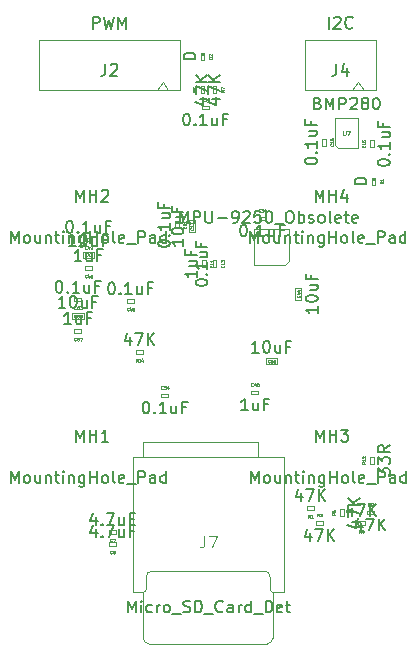
<source format=gbr>
G04 #@! TF.GenerationSoftware,KiCad,Pcbnew,(5.1.4)-1*
G04 #@! TF.CreationDate,2019-11-25T09:31:26+01:00*
G04 #@! TF.ProjectId,V3S_ESP32_Feather,5633535f-4553-4503-9332-5f4665617468,rev?*
G04 #@! TF.SameCoordinates,Original*
G04 #@! TF.FileFunction,Other,Fab,Top*
%FSLAX46Y46*%
G04 Gerber Fmt 4.6, Leading zero omitted, Abs format (unit mm)*
G04 Created by KiCad (PCBNEW (5.1.4)-1) date 2019-11-25 09:31:26*
%MOMM*%
%LPD*%
G04 APERTURE LIST*
%ADD10C,0.100000*%
%ADD11C,0.150000*%
%ADD12C,0.040000*%
G04 APERTURE END LIST*
D10*
X37442000Y-22353500D02*
X37742000Y-22353500D01*
X37442000Y-22253500D02*
X37742000Y-22253500D01*
X37442000Y-22753500D02*
X37442000Y-22153500D01*
X37742000Y-22753500D02*
X37442000Y-22753500D01*
X37742000Y-22153500D02*
X37742000Y-22753500D01*
X37442000Y-22153500D02*
X37742000Y-22153500D01*
X51920000Y-32920000D02*
X52220000Y-32920000D01*
X51920000Y-32820000D02*
X52220000Y-32820000D01*
X51920000Y-33320000D02*
X51920000Y-32720000D01*
X52220000Y-33320000D02*
X51920000Y-33320000D01*
X52220000Y-32720000D02*
X52220000Y-33320000D01*
X51920000Y-32720000D02*
X52220000Y-32720000D01*
X52093000Y-56342000D02*
X52093000Y-56942000D01*
X51793000Y-56342000D02*
X52093000Y-56342000D01*
X51793000Y-56942000D02*
X51793000Y-56342000D01*
X52093000Y-56942000D02*
X51793000Y-56942000D01*
X38146000Y-26947000D02*
X37546000Y-26947000D01*
X38146000Y-26647000D02*
X38146000Y-26947000D01*
X37546000Y-26647000D02*
X38146000Y-26647000D01*
X37546000Y-26947000D02*
X37546000Y-26647000D01*
X34717000Y-51331000D02*
X34117000Y-51331000D01*
X34717000Y-51031000D02*
X34717000Y-51331000D01*
X34117000Y-51031000D02*
X34717000Y-51031000D01*
X34117000Y-51331000D02*
X34117000Y-51031000D01*
X27640000Y-37823000D02*
X28240000Y-37823000D01*
X27640000Y-38123000D02*
X27640000Y-37823000D01*
X28240000Y-38123000D02*
X27640000Y-38123000D01*
X28240000Y-37823000D02*
X28240000Y-38123000D01*
X31196000Y-43030000D02*
X31796000Y-43030000D01*
X31196000Y-43330000D02*
X31196000Y-43030000D01*
X31796000Y-43330000D02*
X31196000Y-43330000D01*
X31796000Y-43030000D02*
X31796000Y-43330000D01*
X36453000Y-37330000D02*
X36453000Y-36330000D01*
X36953000Y-37330000D02*
X36453000Y-37330000D01*
X36953000Y-36330000D02*
X36953000Y-37330000D01*
X36453000Y-36330000D02*
X36953000Y-36330000D01*
X50754000Y-61826000D02*
X51354000Y-61826000D01*
X50754000Y-62126000D02*
X50754000Y-61826000D01*
X51354000Y-62126000D02*
X50754000Y-62126000D01*
X51354000Y-61826000D02*
X51354000Y-62126000D01*
X49553000Y-60787000D02*
X49553000Y-61387000D01*
X49253000Y-60787000D02*
X49553000Y-60787000D01*
X49253000Y-61387000D02*
X49253000Y-60787000D01*
X49553000Y-61387000D02*
X49253000Y-61387000D01*
X47798000Y-62126000D02*
X47198000Y-62126000D01*
X47798000Y-61826000D02*
X47798000Y-62126000D01*
X47198000Y-61826000D02*
X47798000Y-61826000D01*
X47198000Y-62126000D02*
X47198000Y-61826000D01*
X46436000Y-60556000D02*
X47036000Y-60556000D01*
X46436000Y-60856000D02*
X46436000Y-60556000D01*
X47036000Y-60856000D02*
X46436000Y-60856000D01*
X47036000Y-60556000D02*
X47036000Y-60856000D01*
X41934000Y-37108000D02*
X44934000Y-37108000D01*
X41934000Y-40108000D02*
X41934000Y-37108000D01*
X44609000Y-40108000D02*
X44934000Y-39758000D01*
X44609000Y-40108000D02*
X41934000Y-40108000D01*
X44934000Y-39758000D02*
X44934000Y-37108000D01*
X50776000Y-24589893D02*
X50276000Y-25297000D01*
X51276000Y-25297000D02*
X50776000Y-24589893D01*
X46276000Y-25297000D02*
X46276000Y-21047000D01*
X52276000Y-25297000D02*
X52276000Y-21047000D01*
X52276000Y-21047000D02*
X46276000Y-21047000D01*
X52276000Y-25297000D02*
X46276000Y-25297000D01*
X34218000Y-24589893D02*
X33718000Y-25297000D01*
X34718000Y-25297000D02*
X34218000Y-24589893D01*
X23718000Y-25297000D02*
X23718000Y-21047000D01*
X35718000Y-25297000D02*
X35718000Y-21047000D01*
X35718000Y-21047000D02*
X23718000Y-21047000D01*
X35718000Y-25297000D02*
X23718000Y-25297000D01*
X26751000Y-42903000D02*
X27351000Y-42903000D01*
X26751000Y-43203000D02*
X26751000Y-42903000D01*
X27351000Y-43203000D02*
X26751000Y-43203000D01*
X27351000Y-42903000D02*
X27351000Y-43203000D01*
X35283000Y-37003000D02*
X35283000Y-36403000D01*
X35583000Y-37003000D02*
X35283000Y-37003000D01*
X35583000Y-36403000D02*
X35583000Y-37003000D01*
X35283000Y-36403000D02*
X35583000Y-36403000D01*
X42934000Y-48010000D02*
X43934000Y-48010000D01*
X42934000Y-48510000D02*
X42934000Y-48010000D01*
X43934000Y-48510000D02*
X42934000Y-48510000D01*
X43934000Y-48010000D02*
X43934000Y-48510000D01*
X26551000Y-44200000D02*
X27551000Y-44200000D01*
X26551000Y-44700000D02*
X26551000Y-44200000D01*
X27551000Y-44700000D02*
X26551000Y-44700000D01*
X27551000Y-44200000D02*
X27551000Y-44700000D01*
X45970000Y-42045000D02*
X45970000Y-43045000D01*
X45470000Y-42045000D02*
X45970000Y-42045000D01*
X45470000Y-43045000D02*
X45470000Y-42045000D01*
X45970000Y-43045000D02*
X45470000Y-43045000D01*
X27440000Y-38993000D02*
X28440000Y-38993000D01*
X27440000Y-39493000D02*
X27440000Y-38993000D01*
X28440000Y-39493000D02*
X27440000Y-39493000D01*
X28440000Y-38993000D02*
X28440000Y-39493000D01*
X47729000Y-30018000D02*
X47729000Y-29418000D01*
X48029000Y-30018000D02*
X47729000Y-30018000D01*
X48029000Y-29418000D02*
X48029000Y-30018000D01*
X47729000Y-29418000D02*
X48029000Y-29418000D01*
X52093000Y-29545000D02*
X52093000Y-30145000D01*
X51793000Y-29545000D02*
X52093000Y-29545000D01*
X51793000Y-30145000D02*
X51793000Y-29545000D01*
X52093000Y-30145000D02*
X51793000Y-30145000D01*
X37742000Y-24973000D02*
X37742000Y-25573000D01*
X37442000Y-24973000D02*
X37742000Y-24973000D01*
X37442000Y-25573000D02*
X37442000Y-24973000D01*
X37742000Y-25573000D02*
X37442000Y-25573000D01*
X38458000Y-25573000D02*
X38458000Y-24973000D01*
X38758000Y-25573000D02*
X38458000Y-25573000D01*
X38758000Y-24973000D02*
X38758000Y-25573000D01*
X38458000Y-24973000D02*
X38758000Y-24973000D01*
X42972000Y-36345000D02*
X42372000Y-36345000D01*
X42972000Y-36045000D02*
X42972000Y-36345000D01*
X42372000Y-36045000D02*
X42972000Y-36045000D01*
X42372000Y-36345000D02*
X42372000Y-36045000D01*
X38458000Y-40305000D02*
X38458000Y-39705000D01*
X38758000Y-40305000D02*
X38458000Y-40305000D01*
X38758000Y-39705000D02*
X38758000Y-40305000D01*
X38458000Y-39705000D02*
X38758000Y-39705000D01*
X37569000Y-40305000D02*
X37569000Y-39705000D01*
X37869000Y-40305000D02*
X37569000Y-40305000D01*
X37869000Y-39705000D02*
X37869000Y-40305000D01*
X37569000Y-39705000D02*
X37869000Y-39705000D01*
X29672000Y-63604000D02*
X30272000Y-63604000D01*
X29672000Y-63904000D02*
X29672000Y-63604000D01*
X30272000Y-63904000D02*
X29672000Y-63904000D01*
X30272000Y-63604000D02*
X30272000Y-63904000D01*
X29672000Y-62588000D02*
X30272000Y-62588000D01*
X29672000Y-62888000D02*
X29672000Y-62588000D01*
X30272000Y-62888000D02*
X29672000Y-62888000D01*
X30272000Y-62588000D02*
X30272000Y-62888000D01*
X50784000Y-27706000D02*
X50784000Y-30206000D01*
X48784000Y-27706000D02*
X50784000Y-27706000D01*
X48784000Y-29956000D02*
X49034000Y-30206000D01*
X49034000Y-30206000D02*
X50784000Y-30206000D01*
X48784000Y-29956000D02*
X48784000Y-27706000D01*
X52116000Y-61237000D02*
X51516000Y-61237000D01*
X52116000Y-60937000D02*
X52116000Y-61237000D01*
X51516000Y-60937000D02*
X52116000Y-60937000D01*
X51516000Y-61237000D02*
X51516000Y-60937000D01*
X43325000Y-67578000D02*
G75*
G03X43575000Y-67828000I250000J0D01*
G01*
X43325000Y-66528000D02*
G75*
G03X42825000Y-66028000I-500000J0D01*
G01*
X32575000Y-67828000D02*
G75*
G03X32825000Y-67578000I0J250000D01*
G01*
X33325000Y-66028000D02*
G75*
G03X32825000Y-66528000I0J-500000D01*
G01*
X32575000Y-71678000D02*
G75*
G03X33075000Y-72178000I500000J0D01*
G01*
X43075000Y-72178000D02*
G75*
G03X43575000Y-71678000I0J500000D01*
G01*
X44475000Y-67828000D02*
X44475000Y-56378000D01*
X31725000Y-67828000D02*
X31725000Y-56378000D01*
X31725000Y-56378000D02*
X44475000Y-56378000D01*
X32575000Y-55128000D02*
X42275000Y-55128000D01*
X42275000Y-56378000D02*
X42275000Y-55128000D01*
X32575000Y-56378000D02*
X32575000Y-55128000D01*
X33325000Y-66028000D02*
X42825000Y-66028000D01*
X31725000Y-67828000D02*
X32575000Y-67828000D01*
X32825000Y-67578000D02*
X32825000Y-66528000D01*
X43325000Y-67578000D02*
X43325000Y-66528000D01*
X43575000Y-67828000D02*
X44475000Y-67828000D01*
X32575000Y-67828000D02*
X32575000Y-71678000D01*
X33075000Y-72178000D02*
X43075000Y-72178000D01*
X43575000Y-71678000D02*
X43575000Y-67828000D01*
X27640000Y-40236000D02*
X28240000Y-40236000D01*
X27640000Y-40536000D02*
X27640000Y-40236000D01*
X28240000Y-40536000D02*
X27640000Y-40536000D01*
X28240000Y-40236000D02*
X28240000Y-40536000D01*
X42337000Y-51077000D02*
X41737000Y-51077000D01*
X42337000Y-50777000D02*
X42337000Y-51077000D01*
X41737000Y-50777000D02*
X42337000Y-50777000D01*
X41737000Y-51077000D02*
X41737000Y-50777000D01*
X26751000Y-45570000D02*
X27351000Y-45570000D01*
X26751000Y-45870000D02*
X26751000Y-45570000D01*
X27351000Y-45870000D02*
X26751000Y-45870000D01*
X27351000Y-45570000D02*
X27351000Y-45870000D01*
X32558000Y-47348000D02*
X32558000Y-47648000D01*
X32558000Y-47648000D02*
X31958000Y-47648000D01*
X31958000Y-47648000D02*
X31958000Y-47348000D01*
X31958000Y-47348000D02*
X32558000Y-47348000D01*
D11*
X36994380Y-22715404D02*
X35994380Y-22715404D01*
X35994380Y-22477309D01*
X36042000Y-22334452D01*
X36137238Y-22239214D01*
X36232476Y-22191595D01*
X36422952Y-22143976D01*
X36565809Y-22143976D01*
X36756285Y-22191595D01*
X36851523Y-22239214D01*
X36946761Y-22334452D01*
X36994380Y-22477309D01*
X36994380Y-22715404D01*
D12*
X38385095Y-22638023D02*
X38135095Y-22638023D01*
X38135095Y-22578500D01*
X38147000Y-22542785D01*
X38170809Y-22518976D01*
X38194619Y-22507071D01*
X38242238Y-22495166D01*
X38277952Y-22495166D01*
X38325571Y-22507071D01*
X38349380Y-22518976D01*
X38373190Y-22542785D01*
X38385095Y-22578500D01*
X38385095Y-22638023D01*
X38158904Y-22399928D02*
X38147000Y-22388023D01*
X38135095Y-22364214D01*
X38135095Y-22304690D01*
X38147000Y-22280880D01*
X38158904Y-22268976D01*
X38182714Y-22257071D01*
X38206523Y-22257071D01*
X38242238Y-22268976D01*
X38385095Y-22411833D01*
X38385095Y-22257071D01*
D11*
X51472380Y-33281904D02*
X50472380Y-33281904D01*
X50472380Y-33043809D01*
X50520000Y-32900952D01*
X50615238Y-32805714D01*
X50710476Y-32758095D01*
X50900952Y-32710476D01*
X51043809Y-32710476D01*
X51234285Y-32758095D01*
X51329523Y-32805714D01*
X51424761Y-32900952D01*
X51472380Y-33043809D01*
X51472380Y-33281904D01*
D12*
X52863095Y-33204523D02*
X52613095Y-33204523D01*
X52613095Y-33145000D01*
X52625000Y-33109285D01*
X52648809Y-33085476D01*
X52672619Y-33073571D01*
X52720238Y-33061666D01*
X52755952Y-33061666D01*
X52803571Y-33073571D01*
X52827380Y-33085476D01*
X52851190Y-33109285D01*
X52863095Y-33145000D01*
X52863095Y-33204523D01*
X52863095Y-32823571D02*
X52863095Y-32966428D01*
X52863095Y-32895000D02*
X52613095Y-32895000D01*
X52648809Y-32918809D01*
X52672619Y-32942619D01*
X52684523Y-32966428D01*
D11*
X52445380Y-57951523D02*
X52445380Y-57332476D01*
X52826333Y-57665809D01*
X52826333Y-57522952D01*
X52873952Y-57427714D01*
X52921571Y-57380095D01*
X53016809Y-57332476D01*
X53254904Y-57332476D01*
X53350142Y-57380095D01*
X53397761Y-57427714D01*
X53445380Y-57522952D01*
X53445380Y-57808666D01*
X53397761Y-57903904D01*
X53350142Y-57951523D01*
X52445380Y-56999142D02*
X52445380Y-56380095D01*
X52826333Y-56713428D01*
X52826333Y-56570571D01*
X52873952Y-56475333D01*
X52921571Y-56427714D01*
X53016809Y-56380095D01*
X53254904Y-56380095D01*
X53350142Y-56427714D01*
X53397761Y-56475333D01*
X53445380Y-56570571D01*
X53445380Y-56856285D01*
X53397761Y-56951523D01*
X53350142Y-56999142D01*
X53445380Y-55380095D02*
X52969190Y-55713428D01*
X53445380Y-55951523D02*
X52445380Y-55951523D01*
X52445380Y-55570571D01*
X52493000Y-55475333D01*
X52540619Y-55427714D01*
X52635857Y-55380095D01*
X52778714Y-55380095D01*
X52873952Y-55427714D01*
X52921571Y-55475333D01*
X52969190Y-55570571D01*
X52969190Y-55951523D01*
D12*
X51376095Y-56802714D02*
X51257047Y-56886047D01*
X51376095Y-56945571D02*
X51126095Y-56945571D01*
X51126095Y-56850333D01*
X51138000Y-56826523D01*
X51149904Y-56814619D01*
X51173714Y-56802714D01*
X51209428Y-56802714D01*
X51233238Y-56814619D01*
X51245142Y-56826523D01*
X51257047Y-56850333D01*
X51257047Y-56945571D01*
X51376095Y-56564619D02*
X51376095Y-56707476D01*
X51376095Y-56636047D02*
X51126095Y-56636047D01*
X51161809Y-56659857D01*
X51185619Y-56683666D01*
X51197523Y-56707476D01*
X51149904Y-56469380D02*
X51138000Y-56457476D01*
X51126095Y-56433666D01*
X51126095Y-56374142D01*
X51138000Y-56350333D01*
X51149904Y-56338428D01*
X51173714Y-56326523D01*
X51197523Y-56326523D01*
X51233238Y-56338428D01*
X51376095Y-56481285D01*
X51376095Y-56326523D01*
D11*
X36203142Y-27299380D02*
X36298380Y-27299380D01*
X36393619Y-27347000D01*
X36441238Y-27394619D01*
X36488857Y-27489857D01*
X36536476Y-27680333D01*
X36536476Y-27918428D01*
X36488857Y-28108904D01*
X36441238Y-28204142D01*
X36393619Y-28251761D01*
X36298380Y-28299380D01*
X36203142Y-28299380D01*
X36107904Y-28251761D01*
X36060285Y-28204142D01*
X36012666Y-28108904D01*
X35965047Y-27918428D01*
X35965047Y-27680333D01*
X36012666Y-27489857D01*
X36060285Y-27394619D01*
X36107904Y-27347000D01*
X36203142Y-27299380D01*
X36965047Y-28204142D02*
X37012666Y-28251761D01*
X36965047Y-28299380D01*
X36917428Y-28251761D01*
X36965047Y-28204142D01*
X36965047Y-28299380D01*
X37965047Y-28299380D02*
X37393619Y-28299380D01*
X37679333Y-28299380D02*
X37679333Y-27299380D01*
X37584095Y-27442238D01*
X37488857Y-27537476D01*
X37393619Y-27585095D01*
X38822190Y-27632714D02*
X38822190Y-28299380D01*
X38393619Y-27632714D02*
X38393619Y-28156523D01*
X38441238Y-28251761D01*
X38536476Y-28299380D01*
X38679333Y-28299380D01*
X38774571Y-28251761D01*
X38822190Y-28204142D01*
X39631714Y-27775571D02*
X39298380Y-27775571D01*
X39298380Y-28299380D02*
X39298380Y-27299380D01*
X39774571Y-27299380D01*
D12*
X37685285Y-26206285D02*
X37673380Y-26218190D01*
X37637666Y-26230095D01*
X37613857Y-26230095D01*
X37578142Y-26218190D01*
X37554333Y-26194380D01*
X37542428Y-26170571D01*
X37530523Y-26122952D01*
X37530523Y-26087238D01*
X37542428Y-26039619D01*
X37554333Y-26015809D01*
X37578142Y-25992000D01*
X37613857Y-25980095D01*
X37637666Y-25980095D01*
X37673380Y-25992000D01*
X37685285Y-26003904D01*
X37923380Y-26230095D02*
X37780523Y-26230095D01*
X37851952Y-26230095D02*
X37851952Y-25980095D01*
X37828142Y-26015809D01*
X37804333Y-26039619D01*
X37780523Y-26051523D01*
X38066238Y-26087238D02*
X38042428Y-26075333D01*
X38030523Y-26063428D01*
X38018619Y-26039619D01*
X38018619Y-26027714D01*
X38030523Y-26003904D01*
X38042428Y-25992000D01*
X38066238Y-25980095D01*
X38113857Y-25980095D01*
X38137666Y-25992000D01*
X38149571Y-26003904D01*
X38161476Y-26027714D01*
X38161476Y-26039619D01*
X38149571Y-26063428D01*
X38137666Y-26075333D01*
X38113857Y-26087238D01*
X38066238Y-26087238D01*
X38042428Y-26099142D01*
X38030523Y-26111047D01*
X38018619Y-26134857D01*
X38018619Y-26182476D01*
X38030523Y-26206285D01*
X38042428Y-26218190D01*
X38066238Y-26230095D01*
X38113857Y-26230095D01*
X38137666Y-26218190D01*
X38149571Y-26206285D01*
X38161476Y-26182476D01*
X38161476Y-26134857D01*
X38149571Y-26111047D01*
X38137666Y-26099142D01*
X38113857Y-26087238D01*
D11*
X32774142Y-51683380D02*
X32869380Y-51683380D01*
X32964619Y-51731000D01*
X33012238Y-51778619D01*
X33059857Y-51873857D01*
X33107476Y-52064333D01*
X33107476Y-52302428D01*
X33059857Y-52492904D01*
X33012238Y-52588142D01*
X32964619Y-52635761D01*
X32869380Y-52683380D01*
X32774142Y-52683380D01*
X32678904Y-52635761D01*
X32631285Y-52588142D01*
X32583666Y-52492904D01*
X32536047Y-52302428D01*
X32536047Y-52064333D01*
X32583666Y-51873857D01*
X32631285Y-51778619D01*
X32678904Y-51731000D01*
X32774142Y-51683380D01*
X33536047Y-52588142D02*
X33583666Y-52635761D01*
X33536047Y-52683380D01*
X33488428Y-52635761D01*
X33536047Y-52588142D01*
X33536047Y-52683380D01*
X34536047Y-52683380D02*
X33964619Y-52683380D01*
X34250333Y-52683380D02*
X34250333Y-51683380D01*
X34155095Y-51826238D01*
X34059857Y-51921476D01*
X33964619Y-51969095D01*
X35393190Y-52016714D02*
X35393190Y-52683380D01*
X34964619Y-52016714D02*
X34964619Y-52540523D01*
X35012238Y-52635761D01*
X35107476Y-52683380D01*
X35250333Y-52683380D01*
X35345571Y-52635761D01*
X35393190Y-52588142D01*
X36202714Y-52159571D02*
X35869380Y-52159571D01*
X35869380Y-52683380D02*
X35869380Y-51683380D01*
X36345571Y-51683380D01*
D12*
X34256285Y-50590285D02*
X34244380Y-50602190D01*
X34208666Y-50614095D01*
X34184857Y-50614095D01*
X34149142Y-50602190D01*
X34125333Y-50578380D01*
X34113428Y-50554571D01*
X34101523Y-50506952D01*
X34101523Y-50471238D01*
X34113428Y-50423619D01*
X34125333Y-50399809D01*
X34149142Y-50376000D01*
X34184857Y-50364095D01*
X34208666Y-50364095D01*
X34244380Y-50376000D01*
X34256285Y-50387904D01*
X34482476Y-50364095D02*
X34363428Y-50364095D01*
X34351523Y-50483142D01*
X34363428Y-50471238D01*
X34387238Y-50459333D01*
X34446761Y-50459333D01*
X34470571Y-50471238D01*
X34482476Y-50483142D01*
X34494380Y-50506952D01*
X34494380Y-50566476D01*
X34482476Y-50590285D01*
X34470571Y-50602190D01*
X34446761Y-50614095D01*
X34387238Y-50614095D01*
X34363428Y-50602190D01*
X34351523Y-50590285D01*
X34708666Y-50447428D02*
X34708666Y-50614095D01*
X34649142Y-50352190D02*
X34589619Y-50530761D01*
X34744380Y-50530761D01*
D11*
X26297142Y-36375380D02*
X26392380Y-36375380D01*
X26487619Y-36423000D01*
X26535238Y-36470619D01*
X26582857Y-36565857D01*
X26630476Y-36756333D01*
X26630476Y-36994428D01*
X26582857Y-37184904D01*
X26535238Y-37280142D01*
X26487619Y-37327761D01*
X26392380Y-37375380D01*
X26297142Y-37375380D01*
X26201904Y-37327761D01*
X26154285Y-37280142D01*
X26106666Y-37184904D01*
X26059047Y-36994428D01*
X26059047Y-36756333D01*
X26106666Y-36565857D01*
X26154285Y-36470619D01*
X26201904Y-36423000D01*
X26297142Y-36375380D01*
X27059047Y-37280142D02*
X27106666Y-37327761D01*
X27059047Y-37375380D01*
X27011428Y-37327761D01*
X27059047Y-37280142D01*
X27059047Y-37375380D01*
X28059047Y-37375380D02*
X27487619Y-37375380D01*
X27773333Y-37375380D02*
X27773333Y-36375380D01*
X27678095Y-36518238D01*
X27582857Y-36613476D01*
X27487619Y-36661095D01*
X28916190Y-36708714D02*
X28916190Y-37375380D01*
X28487619Y-36708714D02*
X28487619Y-37232523D01*
X28535238Y-37327761D01*
X28630476Y-37375380D01*
X28773333Y-37375380D01*
X28868571Y-37327761D01*
X28916190Y-37280142D01*
X29725714Y-36851571D02*
X29392380Y-36851571D01*
X29392380Y-37375380D02*
X29392380Y-36375380D01*
X29868571Y-36375380D01*
D12*
X27779285Y-38742285D02*
X27767380Y-38754190D01*
X27731666Y-38766095D01*
X27707857Y-38766095D01*
X27672142Y-38754190D01*
X27648333Y-38730380D01*
X27636428Y-38706571D01*
X27624523Y-38658952D01*
X27624523Y-38623238D01*
X27636428Y-38575619D01*
X27648333Y-38551809D01*
X27672142Y-38528000D01*
X27707857Y-38516095D01*
X27731666Y-38516095D01*
X27767380Y-38528000D01*
X27779285Y-38539904D01*
X27993571Y-38599428D02*
X27993571Y-38766095D01*
X27934047Y-38504190D02*
X27874523Y-38682761D01*
X28029285Y-38682761D01*
X28136428Y-38766095D02*
X28184047Y-38766095D01*
X28207857Y-38754190D01*
X28219761Y-38742285D01*
X28243571Y-38706571D01*
X28255476Y-38658952D01*
X28255476Y-38563714D01*
X28243571Y-38539904D01*
X28231666Y-38528000D01*
X28207857Y-38516095D01*
X28160238Y-38516095D01*
X28136428Y-38528000D01*
X28124523Y-38539904D01*
X28112619Y-38563714D01*
X28112619Y-38623238D01*
X28124523Y-38647047D01*
X28136428Y-38658952D01*
X28160238Y-38670857D01*
X28207857Y-38670857D01*
X28231666Y-38658952D01*
X28243571Y-38647047D01*
X28255476Y-38623238D01*
D11*
X29853142Y-41582380D02*
X29948380Y-41582380D01*
X30043619Y-41630000D01*
X30091238Y-41677619D01*
X30138857Y-41772857D01*
X30186476Y-41963333D01*
X30186476Y-42201428D01*
X30138857Y-42391904D01*
X30091238Y-42487142D01*
X30043619Y-42534761D01*
X29948380Y-42582380D01*
X29853142Y-42582380D01*
X29757904Y-42534761D01*
X29710285Y-42487142D01*
X29662666Y-42391904D01*
X29615047Y-42201428D01*
X29615047Y-41963333D01*
X29662666Y-41772857D01*
X29710285Y-41677619D01*
X29757904Y-41630000D01*
X29853142Y-41582380D01*
X30615047Y-42487142D02*
X30662666Y-42534761D01*
X30615047Y-42582380D01*
X30567428Y-42534761D01*
X30615047Y-42487142D01*
X30615047Y-42582380D01*
X31615047Y-42582380D02*
X31043619Y-42582380D01*
X31329333Y-42582380D02*
X31329333Y-41582380D01*
X31234095Y-41725238D01*
X31138857Y-41820476D01*
X31043619Y-41868095D01*
X32472190Y-41915714D02*
X32472190Y-42582380D01*
X32043619Y-41915714D02*
X32043619Y-42439523D01*
X32091238Y-42534761D01*
X32186476Y-42582380D01*
X32329333Y-42582380D01*
X32424571Y-42534761D01*
X32472190Y-42487142D01*
X33281714Y-42058571D02*
X32948380Y-42058571D01*
X32948380Y-42582380D02*
X32948380Y-41582380D01*
X33424571Y-41582380D01*
D12*
X31335285Y-43949285D02*
X31323380Y-43961190D01*
X31287666Y-43973095D01*
X31263857Y-43973095D01*
X31228142Y-43961190D01*
X31204333Y-43937380D01*
X31192428Y-43913571D01*
X31180523Y-43865952D01*
X31180523Y-43830238D01*
X31192428Y-43782619D01*
X31204333Y-43758809D01*
X31228142Y-43735000D01*
X31263857Y-43723095D01*
X31287666Y-43723095D01*
X31323380Y-43735000D01*
X31335285Y-43746904D01*
X31549571Y-43806428D02*
X31549571Y-43973095D01*
X31490047Y-43711190D02*
X31430523Y-43889761D01*
X31585285Y-43889761D01*
X31716238Y-43830238D02*
X31692428Y-43818333D01*
X31680523Y-43806428D01*
X31668619Y-43782619D01*
X31668619Y-43770714D01*
X31680523Y-43746904D01*
X31692428Y-43735000D01*
X31716238Y-43723095D01*
X31763857Y-43723095D01*
X31787666Y-43735000D01*
X31799571Y-43746904D01*
X31811476Y-43770714D01*
X31811476Y-43782619D01*
X31799571Y-43806428D01*
X31787666Y-43818333D01*
X31763857Y-43830238D01*
X31716238Y-43830238D01*
X31692428Y-43842142D01*
X31680523Y-43854047D01*
X31668619Y-43877857D01*
X31668619Y-43925476D01*
X31680523Y-43949285D01*
X31692428Y-43961190D01*
X31716238Y-43973095D01*
X31763857Y-43973095D01*
X31787666Y-43961190D01*
X31799571Y-43949285D01*
X31811476Y-43925476D01*
X31811476Y-43877857D01*
X31799571Y-43854047D01*
X31787666Y-43842142D01*
X31763857Y-43830238D01*
D11*
X35985380Y-37901428D02*
X35985380Y-38472857D01*
X35985380Y-38187142D02*
X34985380Y-38187142D01*
X35128238Y-38282380D01*
X35223476Y-38377619D01*
X35271095Y-38472857D01*
X34985380Y-37282380D02*
X34985380Y-37187142D01*
X35033000Y-37091904D01*
X35080619Y-37044285D01*
X35175857Y-36996666D01*
X35366333Y-36949047D01*
X35604428Y-36949047D01*
X35794904Y-36996666D01*
X35890142Y-37044285D01*
X35937761Y-37091904D01*
X35985380Y-37187142D01*
X35985380Y-37282380D01*
X35937761Y-37377619D01*
X35890142Y-37425238D01*
X35794904Y-37472857D01*
X35604428Y-37520476D01*
X35366333Y-37520476D01*
X35175857Y-37472857D01*
X35080619Y-37425238D01*
X35033000Y-37377619D01*
X34985380Y-37282380D01*
X35318714Y-36091904D02*
X35985380Y-36091904D01*
X35318714Y-36520476D02*
X35842523Y-36520476D01*
X35937761Y-36472857D01*
X35985380Y-36377619D01*
X35985380Y-36234761D01*
X35937761Y-36139523D01*
X35890142Y-36091904D01*
X35461571Y-35282380D02*
X35461571Y-35615714D01*
X35985380Y-35615714D02*
X34985380Y-35615714D01*
X34985380Y-35139523D01*
D12*
X36792285Y-36990714D02*
X36804190Y-37002619D01*
X36816095Y-37038333D01*
X36816095Y-37062142D01*
X36804190Y-37097857D01*
X36780380Y-37121666D01*
X36756571Y-37133571D01*
X36708952Y-37145476D01*
X36673238Y-37145476D01*
X36625619Y-37133571D01*
X36601809Y-37121666D01*
X36578000Y-37097857D01*
X36566095Y-37062142D01*
X36566095Y-37038333D01*
X36578000Y-37002619D01*
X36589904Y-36990714D01*
X36816095Y-36752619D02*
X36816095Y-36895476D01*
X36816095Y-36824047D02*
X36566095Y-36824047D01*
X36601809Y-36847857D01*
X36625619Y-36871666D01*
X36637523Y-36895476D01*
X36566095Y-36669285D02*
X36566095Y-36502619D01*
X36816095Y-36609761D01*
D11*
X50268285Y-60711714D02*
X50268285Y-61378380D01*
X50030190Y-60330761D02*
X49792095Y-61045047D01*
X50411142Y-61045047D01*
X50696857Y-60378380D02*
X51363523Y-60378380D01*
X50934952Y-61378380D01*
X51744476Y-61378380D02*
X51744476Y-60378380D01*
X52315904Y-61378380D02*
X51887333Y-60806952D01*
X52315904Y-60378380D02*
X51744476Y-60949809D01*
D12*
X51012333Y-62769095D02*
X50929000Y-62650047D01*
X50869476Y-62769095D02*
X50869476Y-62519095D01*
X50964714Y-62519095D01*
X50988523Y-62531000D01*
X51000428Y-62542904D01*
X51012333Y-62566714D01*
X51012333Y-62602428D01*
X51000428Y-62626238D01*
X50988523Y-62638142D01*
X50964714Y-62650047D01*
X50869476Y-62650047D01*
X51226619Y-62519095D02*
X51179000Y-62519095D01*
X51155190Y-62531000D01*
X51143285Y-62542904D01*
X51119476Y-62578619D01*
X51107571Y-62626238D01*
X51107571Y-62721476D01*
X51119476Y-62745285D01*
X51131380Y-62757190D01*
X51155190Y-62769095D01*
X51202809Y-62769095D01*
X51226619Y-62757190D01*
X51238523Y-62745285D01*
X51250428Y-62721476D01*
X51250428Y-62661952D01*
X51238523Y-62638142D01*
X51226619Y-62626238D01*
X51202809Y-62614333D01*
X51155190Y-62614333D01*
X51131380Y-62626238D01*
X51119476Y-62638142D01*
X51107571Y-62661952D01*
D11*
X50238714Y-61872714D02*
X50905380Y-61872714D01*
X49857761Y-62110809D02*
X50572047Y-62348904D01*
X50572047Y-61729857D01*
X49905380Y-61444142D02*
X49905380Y-60777476D01*
X50905380Y-61206047D01*
X50905380Y-60396523D02*
X49905380Y-60396523D01*
X50905380Y-59825095D02*
X50333952Y-60253666D01*
X49905380Y-59825095D02*
X50476809Y-60396523D01*
D12*
X48836095Y-61128666D02*
X48717047Y-61212000D01*
X48836095Y-61271523D02*
X48586095Y-61271523D01*
X48586095Y-61176285D01*
X48598000Y-61152476D01*
X48609904Y-61140571D01*
X48633714Y-61128666D01*
X48669428Y-61128666D01*
X48693238Y-61140571D01*
X48705142Y-61152476D01*
X48717047Y-61176285D01*
X48717047Y-61271523D01*
X48586095Y-60902476D02*
X48586095Y-61021523D01*
X48705142Y-61033428D01*
X48693238Y-61021523D01*
X48681333Y-60997714D01*
X48681333Y-60938190D01*
X48693238Y-60914380D01*
X48705142Y-60902476D01*
X48728952Y-60890571D01*
X48788476Y-60890571D01*
X48812285Y-60902476D01*
X48824190Y-60914380D01*
X48836095Y-60938190D01*
X48836095Y-60997714D01*
X48824190Y-61021523D01*
X48812285Y-61033428D01*
D11*
X46712285Y-62811714D02*
X46712285Y-63478380D01*
X46474190Y-62430761D02*
X46236095Y-63145047D01*
X46855142Y-63145047D01*
X47140857Y-62478380D02*
X47807523Y-62478380D01*
X47378952Y-63478380D01*
X48188476Y-63478380D02*
X48188476Y-62478380D01*
X48759904Y-63478380D02*
X48331333Y-62906952D01*
X48759904Y-62478380D02*
X48188476Y-63049809D01*
D12*
X47456333Y-61409095D02*
X47373000Y-61290047D01*
X47313476Y-61409095D02*
X47313476Y-61159095D01*
X47408714Y-61159095D01*
X47432523Y-61171000D01*
X47444428Y-61182904D01*
X47456333Y-61206714D01*
X47456333Y-61242428D01*
X47444428Y-61266238D01*
X47432523Y-61278142D01*
X47408714Y-61290047D01*
X47313476Y-61290047D01*
X47551571Y-61182904D02*
X47563476Y-61171000D01*
X47587285Y-61159095D01*
X47646809Y-61159095D01*
X47670619Y-61171000D01*
X47682523Y-61182904D01*
X47694428Y-61206714D01*
X47694428Y-61230523D01*
X47682523Y-61266238D01*
X47539666Y-61409095D01*
X47694428Y-61409095D01*
D11*
X45950285Y-59441714D02*
X45950285Y-60108380D01*
X45712190Y-59060761D02*
X45474095Y-59775047D01*
X46093142Y-59775047D01*
X46378857Y-59108380D02*
X47045523Y-59108380D01*
X46616952Y-60108380D01*
X47426476Y-60108380D02*
X47426476Y-59108380D01*
X47997904Y-60108380D02*
X47569333Y-59536952D01*
X47997904Y-59108380D02*
X47426476Y-59679809D01*
D12*
X46694333Y-61499095D02*
X46611000Y-61380047D01*
X46551476Y-61499095D02*
X46551476Y-61249095D01*
X46646714Y-61249095D01*
X46670523Y-61261000D01*
X46682428Y-61272904D01*
X46694333Y-61296714D01*
X46694333Y-61332428D01*
X46682428Y-61356238D01*
X46670523Y-61368142D01*
X46646714Y-61380047D01*
X46551476Y-61380047D01*
X46932428Y-61499095D02*
X46789571Y-61499095D01*
X46861000Y-61499095D02*
X46861000Y-61249095D01*
X46837190Y-61284809D01*
X46813380Y-61308619D01*
X46789571Y-61320523D01*
D11*
X35694000Y-36540380D02*
X35694000Y-35540380D01*
X36027333Y-36254666D01*
X36360666Y-35540380D01*
X36360666Y-36540380D01*
X36836857Y-36540380D02*
X36836857Y-35540380D01*
X37217809Y-35540380D01*
X37313047Y-35588000D01*
X37360666Y-35635619D01*
X37408285Y-35730857D01*
X37408285Y-35873714D01*
X37360666Y-35968952D01*
X37313047Y-36016571D01*
X37217809Y-36064190D01*
X36836857Y-36064190D01*
X37836857Y-35540380D02*
X37836857Y-36349904D01*
X37884476Y-36445142D01*
X37932095Y-36492761D01*
X38027333Y-36540380D01*
X38217809Y-36540380D01*
X38313047Y-36492761D01*
X38360666Y-36445142D01*
X38408285Y-36349904D01*
X38408285Y-35540380D01*
X38884476Y-36159428D02*
X39646380Y-36159428D01*
X40170190Y-36540380D02*
X40360666Y-36540380D01*
X40455904Y-36492761D01*
X40503523Y-36445142D01*
X40598761Y-36302285D01*
X40646380Y-36111809D01*
X40646380Y-35730857D01*
X40598761Y-35635619D01*
X40551142Y-35588000D01*
X40455904Y-35540380D01*
X40265428Y-35540380D01*
X40170190Y-35588000D01*
X40122571Y-35635619D01*
X40074952Y-35730857D01*
X40074952Y-35968952D01*
X40122571Y-36064190D01*
X40170190Y-36111809D01*
X40265428Y-36159428D01*
X40455904Y-36159428D01*
X40551142Y-36111809D01*
X40598761Y-36064190D01*
X40646380Y-35968952D01*
X41027333Y-35635619D02*
X41074952Y-35588000D01*
X41170190Y-35540380D01*
X41408285Y-35540380D01*
X41503523Y-35588000D01*
X41551142Y-35635619D01*
X41598761Y-35730857D01*
X41598761Y-35826095D01*
X41551142Y-35968952D01*
X40979714Y-36540380D01*
X41598761Y-36540380D01*
X42503523Y-35540380D02*
X42027333Y-35540380D01*
X41979714Y-36016571D01*
X42027333Y-35968952D01*
X42122571Y-35921333D01*
X42360666Y-35921333D01*
X42455904Y-35968952D01*
X42503523Y-36016571D01*
X42551142Y-36111809D01*
X42551142Y-36349904D01*
X42503523Y-36445142D01*
X42455904Y-36492761D01*
X42360666Y-36540380D01*
X42122571Y-36540380D01*
X42027333Y-36492761D01*
X41979714Y-36445142D01*
X43170190Y-35540380D02*
X43265428Y-35540380D01*
X43360666Y-35588000D01*
X43408285Y-35635619D01*
X43455904Y-35730857D01*
X43503523Y-35921333D01*
X43503523Y-36159428D01*
X43455904Y-36349904D01*
X43408285Y-36445142D01*
X43360666Y-36492761D01*
X43265428Y-36540380D01*
X43170190Y-36540380D01*
X43074952Y-36492761D01*
X43027333Y-36445142D01*
X42979714Y-36349904D01*
X42932095Y-36159428D01*
X42932095Y-35921333D01*
X42979714Y-35730857D01*
X43027333Y-35635619D01*
X43074952Y-35588000D01*
X43170190Y-35540380D01*
X43694000Y-36635619D02*
X44455904Y-36635619D01*
X44884476Y-35540380D02*
X45074952Y-35540380D01*
X45170190Y-35588000D01*
X45265428Y-35683238D01*
X45313047Y-35873714D01*
X45313047Y-36207047D01*
X45265428Y-36397523D01*
X45170190Y-36492761D01*
X45074952Y-36540380D01*
X44884476Y-36540380D01*
X44789238Y-36492761D01*
X44694000Y-36397523D01*
X44646380Y-36207047D01*
X44646380Y-35873714D01*
X44694000Y-35683238D01*
X44789238Y-35588000D01*
X44884476Y-35540380D01*
X45741619Y-36540380D02*
X45741619Y-35540380D01*
X45741619Y-35921333D02*
X45836857Y-35873714D01*
X46027333Y-35873714D01*
X46122571Y-35921333D01*
X46170190Y-35968952D01*
X46217809Y-36064190D01*
X46217809Y-36349904D01*
X46170190Y-36445142D01*
X46122571Y-36492761D01*
X46027333Y-36540380D01*
X45836857Y-36540380D01*
X45741619Y-36492761D01*
X46598761Y-36492761D02*
X46694000Y-36540380D01*
X46884476Y-36540380D01*
X46979714Y-36492761D01*
X47027333Y-36397523D01*
X47027333Y-36349904D01*
X46979714Y-36254666D01*
X46884476Y-36207047D01*
X46741619Y-36207047D01*
X46646380Y-36159428D01*
X46598761Y-36064190D01*
X46598761Y-36016571D01*
X46646380Y-35921333D01*
X46741619Y-35873714D01*
X46884476Y-35873714D01*
X46979714Y-35921333D01*
X47598761Y-36540380D02*
X47503523Y-36492761D01*
X47455904Y-36445142D01*
X47408285Y-36349904D01*
X47408285Y-36064190D01*
X47455904Y-35968952D01*
X47503523Y-35921333D01*
X47598761Y-35873714D01*
X47741619Y-35873714D01*
X47836857Y-35921333D01*
X47884476Y-35968952D01*
X47932095Y-36064190D01*
X47932095Y-36349904D01*
X47884476Y-36445142D01*
X47836857Y-36492761D01*
X47741619Y-36540380D01*
X47598761Y-36540380D01*
X48503523Y-36540380D02*
X48408285Y-36492761D01*
X48360666Y-36397523D01*
X48360666Y-35540380D01*
X49265428Y-36492761D02*
X49170190Y-36540380D01*
X48979714Y-36540380D01*
X48884476Y-36492761D01*
X48836857Y-36397523D01*
X48836857Y-36016571D01*
X48884476Y-35921333D01*
X48979714Y-35873714D01*
X49170190Y-35873714D01*
X49265428Y-35921333D01*
X49313047Y-36016571D01*
X49313047Y-36111809D01*
X48836857Y-36207047D01*
X49598761Y-35873714D02*
X49979714Y-35873714D01*
X49741619Y-35540380D02*
X49741619Y-36397523D01*
X49789238Y-36492761D01*
X49884476Y-36540380D01*
X49979714Y-36540380D01*
X50694000Y-36492761D02*
X50598761Y-36540380D01*
X50408285Y-36540380D01*
X50313047Y-36492761D01*
X50265428Y-36397523D01*
X50265428Y-36016571D01*
X50313047Y-35921333D01*
X50408285Y-35873714D01*
X50598761Y-35873714D01*
X50694000Y-35921333D01*
X50741619Y-36016571D01*
X50741619Y-36111809D01*
X50265428Y-36207047D01*
X48299809Y-20094380D02*
X48299809Y-19094380D01*
X48728380Y-19189619D02*
X48776000Y-19142000D01*
X48871238Y-19094380D01*
X49109333Y-19094380D01*
X49204571Y-19142000D01*
X49252190Y-19189619D01*
X49299809Y-19284857D01*
X49299809Y-19380095D01*
X49252190Y-19522952D01*
X48680761Y-20094380D01*
X49299809Y-20094380D01*
X50299809Y-19999142D02*
X50252190Y-20046761D01*
X50109333Y-20094380D01*
X50014095Y-20094380D01*
X49871238Y-20046761D01*
X49776000Y-19951523D01*
X49728380Y-19856285D01*
X49680761Y-19665809D01*
X49680761Y-19522952D01*
X49728380Y-19332476D01*
X49776000Y-19237238D01*
X49871238Y-19142000D01*
X50014095Y-19094380D01*
X50109333Y-19094380D01*
X50252190Y-19142000D01*
X50299809Y-19189619D01*
X48942666Y-23074380D02*
X48942666Y-23788666D01*
X48895047Y-23931523D01*
X48799809Y-24026761D01*
X48656952Y-24074380D01*
X48561714Y-24074380D01*
X49847428Y-23407714D02*
X49847428Y-24074380D01*
X49609333Y-23026761D02*
X49371238Y-23741047D01*
X49990285Y-23741047D01*
X28313238Y-20094380D02*
X28313238Y-19094380D01*
X28694190Y-19094380D01*
X28789428Y-19142000D01*
X28837047Y-19189619D01*
X28884666Y-19284857D01*
X28884666Y-19427714D01*
X28837047Y-19522952D01*
X28789428Y-19570571D01*
X28694190Y-19618190D01*
X28313238Y-19618190D01*
X29218000Y-19094380D02*
X29456095Y-20094380D01*
X29646571Y-19380095D01*
X29837047Y-20094380D01*
X30075142Y-19094380D01*
X30456095Y-20094380D02*
X30456095Y-19094380D01*
X30789428Y-19808666D01*
X31122761Y-19094380D01*
X31122761Y-20094380D01*
X29384666Y-23074380D02*
X29384666Y-23788666D01*
X29337047Y-23931523D01*
X29241809Y-24026761D01*
X29098952Y-24074380D01*
X29003714Y-24074380D01*
X29813238Y-23169619D02*
X29860857Y-23122000D01*
X29956095Y-23074380D01*
X30194190Y-23074380D01*
X30289428Y-23122000D01*
X30337047Y-23169619D01*
X30384666Y-23264857D01*
X30384666Y-23360095D01*
X30337047Y-23502952D01*
X29765619Y-24074380D01*
X30384666Y-24074380D01*
X25408142Y-41455380D02*
X25503380Y-41455380D01*
X25598619Y-41503000D01*
X25646238Y-41550619D01*
X25693857Y-41645857D01*
X25741476Y-41836333D01*
X25741476Y-42074428D01*
X25693857Y-42264904D01*
X25646238Y-42360142D01*
X25598619Y-42407761D01*
X25503380Y-42455380D01*
X25408142Y-42455380D01*
X25312904Y-42407761D01*
X25265285Y-42360142D01*
X25217666Y-42264904D01*
X25170047Y-42074428D01*
X25170047Y-41836333D01*
X25217666Y-41645857D01*
X25265285Y-41550619D01*
X25312904Y-41503000D01*
X25408142Y-41455380D01*
X26170047Y-42360142D02*
X26217666Y-42407761D01*
X26170047Y-42455380D01*
X26122428Y-42407761D01*
X26170047Y-42360142D01*
X26170047Y-42455380D01*
X27170047Y-42455380D02*
X26598619Y-42455380D01*
X26884333Y-42455380D02*
X26884333Y-41455380D01*
X26789095Y-41598238D01*
X26693857Y-41693476D01*
X26598619Y-41741095D01*
X28027190Y-41788714D02*
X28027190Y-42455380D01*
X27598619Y-41788714D02*
X27598619Y-42312523D01*
X27646238Y-42407761D01*
X27741476Y-42455380D01*
X27884333Y-42455380D01*
X27979571Y-42407761D01*
X28027190Y-42360142D01*
X28836714Y-41931571D02*
X28503380Y-41931571D01*
X28503380Y-42455380D02*
X28503380Y-41455380D01*
X28979571Y-41455380D01*
D12*
X26890285Y-43822285D02*
X26878380Y-43834190D01*
X26842666Y-43846095D01*
X26818857Y-43846095D01*
X26783142Y-43834190D01*
X26759333Y-43810380D01*
X26747428Y-43786571D01*
X26735523Y-43738952D01*
X26735523Y-43703238D01*
X26747428Y-43655619D01*
X26759333Y-43631809D01*
X26783142Y-43608000D01*
X26818857Y-43596095D01*
X26842666Y-43596095D01*
X26878380Y-43608000D01*
X26890285Y-43619904D01*
X27104571Y-43596095D02*
X27056952Y-43596095D01*
X27033142Y-43608000D01*
X27021238Y-43619904D01*
X26997428Y-43655619D01*
X26985523Y-43703238D01*
X26985523Y-43798476D01*
X26997428Y-43822285D01*
X27009333Y-43834190D01*
X27033142Y-43846095D01*
X27080761Y-43846095D01*
X27104571Y-43834190D01*
X27116476Y-43822285D01*
X27128380Y-43798476D01*
X27128380Y-43738952D01*
X27116476Y-43715142D01*
X27104571Y-43703238D01*
X27080761Y-43691333D01*
X27033142Y-43691333D01*
X27009333Y-43703238D01*
X26997428Y-43715142D01*
X26985523Y-43738952D01*
X27211714Y-43596095D02*
X27366476Y-43596095D01*
X27283142Y-43691333D01*
X27318857Y-43691333D01*
X27342666Y-43703238D01*
X27354571Y-43715142D01*
X27366476Y-43738952D01*
X27366476Y-43798476D01*
X27354571Y-43822285D01*
X27342666Y-43834190D01*
X27318857Y-43846095D01*
X27247428Y-43846095D01*
X27223619Y-43834190D01*
X27211714Y-43822285D01*
D11*
X33835380Y-38345857D02*
X33835380Y-38250619D01*
X33883000Y-38155380D01*
X33930619Y-38107761D01*
X34025857Y-38060142D01*
X34216333Y-38012523D01*
X34454428Y-38012523D01*
X34644904Y-38060142D01*
X34740142Y-38107761D01*
X34787761Y-38155380D01*
X34835380Y-38250619D01*
X34835380Y-38345857D01*
X34787761Y-38441095D01*
X34740142Y-38488714D01*
X34644904Y-38536333D01*
X34454428Y-38583952D01*
X34216333Y-38583952D01*
X34025857Y-38536333D01*
X33930619Y-38488714D01*
X33883000Y-38441095D01*
X33835380Y-38345857D01*
X34740142Y-37583952D02*
X34787761Y-37536333D01*
X34835380Y-37583952D01*
X34787761Y-37631571D01*
X34740142Y-37583952D01*
X34835380Y-37583952D01*
X34835380Y-36583952D02*
X34835380Y-37155380D01*
X34835380Y-36869666D02*
X33835380Y-36869666D01*
X33978238Y-36964904D01*
X34073476Y-37060142D01*
X34121095Y-37155380D01*
X34168714Y-35726809D02*
X34835380Y-35726809D01*
X34168714Y-36155380D02*
X34692523Y-36155380D01*
X34787761Y-36107761D01*
X34835380Y-36012523D01*
X34835380Y-35869666D01*
X34787761Y-35774428D01*
X34740142Y-35726809D01*
X34311571Y-34917285D02*
X34311571Y-35250619D01*
X34835380Y-35250619D02*
X33835380Y-35250619D01*
X33835380Y-34774428D01*
D12*
X36202285Y-36863714D02*
X36214190Y-36875619D01*
X36226095Y-36911333D01*
X36226095Y-36935142D01*
X36214190Y-36970857D01*
X36190380Y-36994666D01*
X36166571Y-37006571D01*
X36118952Y-37018476D01*
X36083238Y-37018476D01*
X36035619Y-37006571D01*
X36011809Y-36994666D01*
X35988000Y-36970857D01*
X35976095Y-36935142D01*
X35976095Y-36911333D01*
X35988000Y-36875619D01*
X35999904Y-36863714D01*
X35976095Y-36649428D02*
X35976095Y-36697047D01*
X35988000Y-36720857D01*
X35999904Y-36732761D01*
X36035619Y-36756571D01*
X36083238Y-36768476D01*
X36178476Y-36768476D01*
X36202285Y-36756571D01*
X36214190Y-36744666D01*
X36226095Y-36720857D01*
X36226095Y-36673238D01*
X36214190Y-36649428D01*
X36202285Y-36637523D01*
X36178476Y-36625619D01*
X36118952Y-36625619D01*
X36095142Y-36637523D01*
X36083238Y-36649428D01*
X36071333Y-36673238D01*
X36071333Y-36720857D01*
X36083238Y-36744666D01*
X36095142Y-36756571D01*
X36118952Y-36768476D01*
X36226095Y-36387523D02*
X36226095Y-36530380D01*
X36226095Y-36458952D02*
X35976095Y-36458952D01*
X36011809Y-36482761D01*
X36035619Y-36506571D01*
X36047523Y-36530380D01*
D11*
X42362571Y-47542380D02*
X41791142Y-47542380D01*
X42076857Y-47542380D02*
X42076857Y-46542380D01*
X41981619Y-46685238D01*
X41886380Y-46780476D01*
X41791142Y-46828095D01*
X42981619Y-46542380D02*
X43076857Y-46542380D01*
X43172095Y-46590000D01*
X43219714Y-46637619D01*
X43267333Y-46732857D01*
X43314952Y-46923333D01*
X43314952Y-47161428D01*
X43267333Y-47351904D01*
X43219714Y-47447142D01*
X43172095Y-47494761D01*
X43076857Y-47542380D01*
X42981619Y-47542380D01*
X42886380Y-47494761D01*
X42838761Y-47447142D01*
X42791142Y-47351904D01*
X42743523Y-47161428D01*
X42743523Y-46923333D01*
X42791142Y-46732857D01*
X42838761Y-46637619D01*
X42886380Y-46590000D01*
X42981619Y-46542380D01*
X44172095Y-46875714D02*
X44172095Y-47542380D01*
X43743523Y-46875714D02*
X43743523Y-47399523D01*
X43791142Y-47494761D01*
X43886380Y-47542380D01*
X44029238Y-47542380D01*
X44124476Y-47494761D01*
X44172095Y-47447142D01*
X44981619Y-47018571D02*
X44648285Y-47018571D01*
X44648285Y-47542380D02*
X44648285Y-46542380D01*
X45124476Y-46542380D01*
D12*
X43273285Y-48349285D02*
X43261380Y-48361190D01*
X43225666Y-48373095D01*
X43201857Y-48373095D01*
X43166142Y-48361190D01*
X43142333Y-48337380D01*
X43130428Y-48313571D01*
X43118523Y-48265952D01*
X43118523Y-48230238D01*
X43130428Y-48182619D01*
X43142333Y-48158809D01*
X43166142Y-48135000D01*
X43201857Y-48123095D01*
X43225666Y-48123095D01*
X43261380Y-48135000D01*
X43273285Y-48146904D01*
X43499476Y-48123095D02*
X43380428Y-48123095D01*
X43368523Y-48242142D01*
X43380428Y-48230238D01*
X43404238Y-48218333D01*
X43463761Y-48218333D01*
X43487571Y-48230238D01*
X43499476Y-48242142D01*
X43511380Y-48265952D01*
X43511380Y-48325476D01*
X43499476Y-48349285D01*
X43487571Y-48361190D01*
X43463761Y-48373095D01*
X43404238Y-48373095D01*
X43380428Y-48361190D01*
X43368523Y-48349285D01*
X43725666Y-48123095D02*
X43678047Y-48123095D01*
X43654238Y-48135000D01*
X43642333Y-48146904D01*
X43618523Y-48182619D01*
X43606619Y-48230238D01*
X43606619Y-48325476D01*
X43618523Y-48349285D01*
X43630428Y-48361190D01*
X43654238Y-48373095D01*
X43701857Y-48373095D01*
X43725666Y-48361190D01*
X43737571Y-48349285D01*
X43749476Y-48325476D01*
X43749476Y-48265952D01*
X43737571Y-48242142D01*
X43725666Y-48230238D01*
X43701857Y-48218333D01*
X43654238Y-48218333D01*
X43630428Y-48230238D01*
X43618523Y-48242142D01*
X43606619Y-48265952D01*
D11*
X25979571Y-43732380D02*
X25408142Y-43732380D01*
X25693857Y-43732380D02*
X25693857Y-42732380D01*
X25598619Y-42875238D01*
X25503380Y-42970476D01*
X25408142Y-43018095D01*
X26598619Y-42732380D02*
X26693857Y-42732380D01*
X26789095Y-42780000D01*
X26836714Y-42827619D01*
X26884333Y-42922857D01*
X26931952Y-43113333D01*
X26931952Y-43351428D01*
X26884333Y-43541904D01*
X26836714Y-43637142D01*
X26789095Y-43684761D01*
X26693857Y-43732380D01*
X26598619Y-43732380D01*
X26503380Y-43684761D01*
X26455761Y-43637142D01*
X26408142Y-43541904D01*
X26360523Y-43351428D01*
X26360523Y-43113333D01*
X26408142Y-42922857D01*
X26455761Y-42827619D01*
X26503380Y-42780000D01*
X26598619Y-42732380D01*
X27789095Y-43065714D02*
X27789095Y-43732380D01*
X27360523Y-43065714D02*
X27360523Y-43589523D01*
X27408142Y-43684761D01*
X27503380Y-43732380D01*
X27646238Y-43732380D01*
X27741476Y-43684761D01*
X27789095Y-43637142D01*
X28598619Y-43208571D02*
X28265285Y-43208571D01*
X28265285Y-43732380D02*
X28265285Y-42732380D01*
X28741476Y-42732380D01*
D12*
X26890285Y-44539285D02*
X26878380Y-44551190D01*
X26842666Y-44563095D01*
X26818857Y-44563095D01*
X26783142Y-44551190D01*
X26759333Y-44527380D01*
X26747428Y-44503571D01*
X26735523Y-44455952D01*
X26735523Y-44420238D01*
X26747428Y-44372619D01*
X26759333Y-44348809D01*
X26783142Y-44325000D01*
X26818857Y-44313095D01*
X26842666Y-44313095D01*
X26878380Y-44325000D01*
X26890285Y-44336904D01*
X27116476Y-44313095D02*
X26997428Y-44313095D01*
X26985523Y-44432142D01*
X26997428Y-44420238D01*
X27021238Y-44408333D01*
X27080761Y-44408333D01*
X27104571Y-44420238D01*
X27116476Y-44432142D01*
X27128380Y-44455952D01*
X27128380Y-44515476D01*
X27116476Y-44539285D01*
X27104571Y-44551190D01*
X27080761Y-44563095D01*
X27021238Y-44563095D01*
X26997428Y-44551190D01*
X26985523Y-44539285D01*
X27354571Y-44313095D02*
X27235523Y-44313095D01*
X27223619Y-44432142D01*
X27235523Y-44420238D01*
X27259333Y-44408333D01*
X27318857Y-44408333D01*
X27342666Y-44420238D01*
X27354571Y-44432142D01*
X27366476Y-44455952D01*
X27366476Y-44515476D01*
X27354571Y-44539285D01*
X27342666Y-44551190D01*
X27318857Y-44563095D01*
X27259333Y-44563095D01*
X27235523Y-44551190D01*
X27223619Y-44539285D01*
D11*
X47342380Y-43616428D02*
X47342380Y-44187857D01*
X47342380Y-43902142D02*
X46342380Y-43902142D01*
X46485238Y-43997380D01*
X46580476Y-44092619D01*
X46628095Y-44187857D01*
X46342380Y-42997380D02*
X46342380Y-42902142D01*
X46390000Y-42806904D01*
X46437619Y-42759285D01*
X46532857Y-42711666D01*
X46723333Y-42664047D01*
X46961428Y-42664047D01*
X47151904Y-42711666D01*
X47247142Y-42759285D01*
X47294761Y-42806904D01*
X47342380Y-42902142D01*
X47342380Y-42997380D01*
X47294761Y-43092619D01*
X47247142Y-43140238D01*
X47151904Y-43187857D01*
X46961428Y-43235476D01*
X46723333Y-43235476D01*
X46532857Y-43187857D01*
X46437619Y-43140238D01*
X46390000Y-43092619D01*
X46342380Y-42997380D01*
X46675714Y-41806904D02*
X47342380Y-41806904D01*
X46675714Y-42235476D02*
X47199523Y-42235476D01*
X47294761Y-42187857D01*
X47342380Y-42092619D01*
X47342380Y-41949761D01*
X47294761Y-41854523D01*
X47247142Y-41806904D01*
X46818571Y-40997380D02*
X46818571Y-41330714D01*
X47342380Y-41330714D02*
X46342380Y-41330714D01*
X46342380Y-40854523D01*
D12*
X45809285Y-42705714D02*
X45821190Y-42717619D01*
X45833095Y-42753333D01*
X45833095Y-42777142D01*
X45821190Y-42812857D01*
X45797380Y-42836666D01*
X45773571Y-42848571D01*
X45725952Y-42860476D01*
X45690238Y-42860476D01*
X45642619Y-42848571D01*
X45618809Y-42836666D01*
X45595000Y-42812857D01*
X45583095Y-42777142D01*
X45583095Y-42753333D01*
X45595000Y-42717619D01*
X45606904Y-42705714D01*
X45666428Y-42491428D02*
X45833095Y-42491428D01*
X45571190Y-42550952D02*
X45749761Y-42610476D01*
X45749761Y-42455714D01*
X45666428Y-42253333D02*
X45833095Y-42253333D01*
X45571190Y-42312857D02*
X45749761Y-42372380D01*
X45749761Y-42217619D01*
D11*
X26868571Y-38525380D02*
X26297142Y-38525380D01*
X26582857Y-38525380D02*
X26582857Y-37525380D01*
X26487619Y-37668238D01*
X26392380Y-37763476D01*
X26297142Y-37811095D01*
X27487619Y-37525380D02*
X27582857Y-37525380D01*
X27678095Y-37573000D01*
X27725714Y-37620619D01*
X27773333Y-37715857D01*
X27820952Y-37906333D01*
X27820952Y-38144428D01*
X27773333Y-38334904D01*
X27725714Y-38430142D01*
X27678095Y-38477761D01*
X27582857Y-38525380D01*
X27487619Y-38525380D01*
X27392380Y-38477761D01*
X27344761Y-38430142D01*
X27297142Y-38334904D01*
X27249523Y-38144428D01*
X27249523Y-37906333D01*
X27297142Y-37715857D01*
X27344761Y-37620619D01*
X27392380Y-37573000D01*
X27487619Y-37525380D01*
X28678095Y-37858714D02*
X28678095Y-38525380D01*
X28249523Y-37858714D02*
X28249523Y-38382523D01*
X28297142Y-38477761D01*
X28392380Y-38525380D01*
X28535238Y-38525380D01*
X28630476Y-38477761D01*
X28678095Y-38430142D01*
X29487619Y-38001571D02*
X29154285Y-38001571D01*
X29154285Y-38525380D02*
X29154285Y-37525380D01*
X29630476Y-37525380D01*
D12*
X27779285Y-39332285D02*
X27767380Y-39344190D01*
X27731666Y-39356095D01*
X27707857Y-39356095D01*
X27672142Y-39344190D01*
X27648333Y-39320380D01*
X27636428Y-39296571D01*
X27624523Y-39248952D01*
X27624523Y-39213238D01*
X27636428Y-39165619D01*
X27648333Y-39141809D01*
X27672142Y-39118000D01*
X27707857Y-39106095D01*
X27731666Y-39106095D01*
X27767380Y-39118000D01*
X27779285Y-39129904D01*
X27993571Y-39189428D02*
X27993571Y-39356095D01*
X27934047Y-39094190D02*
X27874523Y-39272761D01*
X28029285Y-39272761D01*
X28100714Y-39106095D02*
X28255476Y-39106095D01*
X28172142Y-39201333D01*
X28207857Y-39201333D01*
X28231666Y-39213238D01*
X28243571Y-39225142D01*
X28255476Y-39248952D01*
X28255476Y-39308476D01*
X28243571Y-39332285D01*
X28231666Y-39344190D01*
X28207857Y-39356095D01*
X28136428Y-39356095D01*
X28112619Y-39344190D01*
X28100714Y-39332285D01*
D11*
X46281380Y-31360857D02*
X46281380Y-31265619D01*
X46329000Y-31170380D01*
X46376619Y-31122761D01*
X46471857Y-31075142D01*
X46662333Y-31027523D01*
X46900428Y-31027523D01*
X47090904Y-31075142D01*
X47186142Y-31122761D01*
X47233761Y-31170380D01*
X47281380Y-31265619D01*
X47281380Y-31360857D01*
X47233761Y-31456095D01*
X47186142Y-31503714D01*
X47090904Y-31551333D01*
X46900428Y-31598952D01*
X46662333Y-31598952D01*
X46471857Y-31551333D01*
X46376619Y-31503714D01*
X46329000Y-31456095D01*
X46281380Y-31360857D01*
X47186142Y-30598952D02*
X47233761Y-30551333D01*
X47281380Y-30598952D01*
X47233761Y-30646571D01*
X47186142Y-30598952D01*
X47281380Y-30598952D01*
X47281380Y-29598952D02*
X47281380Y-30170380D01*
X47281380Y-29884666D02*
X46281380Y-29884666D01*
X46424238Y-29979904D01*
X46519476Y-30075142D01*
X46567095Y-30170380D01*
X46614714Y-28741809D02*
X47281380Y-28741809D01*
X46614714Y-29170380D02*
X47138523Y-29170380D01*
X47233761Y-29122761D01*
X47281380Y-29027523D01*
X47281380Y-28884666D01*
X47233761Y-28789428D01*
X47186142Y-28741809D01*
X46757571Y-27932285D02*
X46757571Y-28265619D01*
X47281380Y-28265619D02*
X46281380Y-28265619D01*
X46281380Y-27789428D01*
D12*
X48648285Y-29878714D02*
X48660190Y-29890619D01*
X48672095Y-29926333D01*
X48672095Y-29950142D01*
X48660190Y-29985857D01*
X48636380Y-30009666D01*
X48612571Y-30021571D01*
X48564952Y-30033476D01*
X48529238Y-30033476D01*
X48481619Y-30021571D01*
X48457809Y-30009666D01*
X48434000Y-29985857D01*
X48422095Y-29950142D01*
X48422095Y-29926333D01*
X48434000Y-29890619D01*
X48445904Y-29878714D01*
X48672095Y-29640619D02*
X48672095Y-29783476D01*
X48672095Y-29712047D02*
X48422095Y-29712047D01*
X48457809Y-29735857D01*
X48481619Y-29759666D01*
X48493523Y-29783476D01*
X48422095Y-29426333D02*
X48422095Y-29473952D01*
X48434000Y-29497761D01*
X48445904Y-29509666D01*
X48481619Y-29533476D01*
X48529238Y-29545380D01*
X48624476Y-29545380D01*
X48648285Y-29533476D01*
X48660190Y-29521571D01*
X48672095Y-29497761D01*
X48672095Y-29450142D01*
X48660190Y-29426333D01*
X48648285Y-29414428D01*
X48624476Y-29402523D01*
X48564952Y-29402523D01*
X48541142Y-29414428D01*
X48529238Y-29426333D01*
X48517333Y-29450142D01*
X48517333Y-29497761D01*
X48529238Y-29521571D01*
X48541142Y-29533476D01*
X48564952Y-29545380D01*
D11*
X52445380Y-31487857D02*
X52445380Y-31392619D01*
X52493000Y-31297380D01*
X52540619Y-31249761D01*
X52635857Y-31202142D01*
X52826333Y-31154523D01*
X53064428Y-31154523D01*
X53254904Y-31202142D01*
X53350142Y-31249761D01*
X53397761Y-31297380D01*
X53445380Y-31392619D01*
X53445380Y-31487857D01*
X53397761Y-31583095D01*
X53350142Y-31630714D01*
X53254904Y-31678333D01*
X53064428Y-31725952D01*
X52826333Y-31725952D01*
X52635857Y-31678333D01*
X52540619Y-31630714D01*
X52493000Y-31583095D01*
X52445380Y-31487857D01*
X53350142Y-30725952D02*
X53397761Y-30678333D01*
X53445380Y-30725952D01*
X53397761Y-30773571D01*
X53350142Y-30725952D01*
X53445380Y-30725952D01*
X53445380Y-29725952D02*
X53445380Y-30297380D01*
X53445380Y-30011666D02*
X52445380Y-30011666D01*
X52588238Y-30106904D01*
X52683476Y-30202142D01*
X52731095Y-30297380D01*
X52778714Y-28868809D02*
X53445380Y-28868809D01*
X52778714Y-29297380D02*
X53302523Y-29297380D01*
X53397761Y-29249761D01*
X53445380Y-29154523D01*
X53445380Y-29011666D01*
X53397761Y-28916428D01*
X53350142Y-28868809D01*
X52921571Y-28059285D02*
X52921571Y-28392619D01*
X53445380Y-28392619D02*
X52445380Y-28392619D01*
X52445380Y-27916428D01*
D12*
X51352285Y-30005714D02*
X51364190Y-30017619D01*
X51376095Y-30053333D01*
X51376095Y-30077142D01*
X51364190Y-30112857D01*
X51340380Y-30136666D01*
X51316571Y-30148571D01*
X51268952Y-30160476D01*
X51233238Y-30160476D01*
X51185619Y-30148571D01*
X51161809Y-30136666D01*
X51138000Y-30112857D01*
X51126095Y-30077142D01*
X51126095Y-30053333D01*
X51138000Y-30017619D01*
X51149904Y-30005714D01*
X51376095Y-29767619D02*
X51376095Y-29910476D01*
X51376095Y-29839047D02*
X51126095Y-29839047D01*
X51161809Y-29862857D01*
X51185619Y-29886666D01*
X51197523Y-29910476D01*
X51126095Y-29541428D02*
X51126095Y-29660476D01*
X51245142Y-29672380D01*
X51233238Y-29660476D01*
X51221333Y-29636666D01*
X51221333Y-29577142D01*
X51233238Y-29553333D01*
X51245142Y-29541428D01*
X51268952Y-29529523D01*
X51328476Y-29529523D01*
X51352285Y-29541428D01*
X51364190Y-29553333D01*
X51376095Y-29577142D01*
X51376095Y-29636666D01*
X51364190Y-29660476D01*
X51352285Y-29672380D01*
D11*
X38427714Y-26058714D02*
X39094380Y-26058714D01*
X38046761Y-26296809D02*
X38761047Y-26534904D01*
X38761047Y-25915857D01*
X38094380Y-25630142D02*
X38094380Y-24963476D01*
X39094380Y-25392047D01*
X39094380Y-24582523D02*
X38094380Y-24582523D01*
X39094380Y-24011095D02*
X38522952Y-24439666D01*
X38094380Y-24011095D02*
X38665809Y-24582523D01*
D12*
X37025095Y-25314666D02*
X36906047Y-25398000D01*
X37025095Y-25457523D02*
X36775095Y-25457523D01*
X36775095Y-25362285D01*
X36787000Y-25338476D01*
X36798904Y-25326571D01*
X36822714Y-25314666D01*
X36858428Y-25314666D01*
X36882238Y-25326571D01*
X36894142Y-25338476D01*
X36906047Y-25362285D01*
X36906047Y-25457523D01*
X36882238Y-25171809D02*
X36870333Y-25195619D01*
X36858428Y-25207523D01*
X36834619Y-25219428D01*
X36822714Y-25219428D01*
X36798904Y-25207523D01*
X36787000Y-25195619D01*
X36775095Y-25171809D01*
X36775095Y-25124190D01*
X36787000Y-25100380D01*
X36798904Y-25088476D01*
X36822714Y-25076571D01*
X36834619Y-25076571D01*
X36858428Y-25088476D01*
X36870333Y-25100380D01*
X36882238Y-25124190D01*
X36882238Y-25171809D01*
X36894142Y-25195619D01*
X36906047Y-25207523D01*
X36929857Y-25219428D01*
X36977476Y-25219428D01*
X37001285Y-25207523D01*
X37013190Y-25195619D01*
X37025095Y-25171809D01*
X37025095Y-25124190D01*
X37013190Y-25100380D01*
X37001285Y-25088476D01*
X36977476Y-25076571D01*
X36929857Y-25076571D01*
X36906047Y-25088476D01*
X36894142Y-25100380D01*
X36882238Y-25124190D01*
D11*
X37343714Y-26058714D02*
X38010380Y-26058714D01*
X36962761Y-26296809D02*
X37677047Y-26534904D01*
X37677047Y-25915857D01*
X37010380Y-25630142D02*
X37010380Y-24963476D01*
X38010380Y-25392047D01*
X38010380Y-24582523D02*
X37010380Y-24582523D01*
X38010380Y-24011095D02*
X37438952Y-24439666D01*
X37010380Y-24011095D02*
X37581809Y-24582523D01*
D12*
X39401095Y-25314666D02*
X39282047Y-25398000D01*
X39401095Y-25457523D02*
X39151095Y-25457523D01*
X39151095Y-25362285D01*
X39163000Y-25338476D01*
X39174904Y-25326571D01*
X39198714Y-25314666D01*
X39234428Y-25314666D01*
X39258238Y-25326571D01*
X39270142Y-25338476D01*
X39282047Y-25362285D01*
X39282047Y-25457523D01*
X39151095Y-25231333D02*
X39151095Y-25064666D01*
X39401095Y-25171809D01*
D11*
X41029142Y-36697380D02*
X41124380Y-36697380D01*
X41219619Y-36745000D01*
X41267238Y-36792619D01*
X41314857Y-36887857D01*
X41362476Y-37078333D01*
X41362476Y-37316428D01*
X41314857Y-37506904D01*
X41267238Y-37602142D01*
X41219619Y-37649761D01*
X41124380Y-37697380D01*
X41029142Y-37697380D01*
X40933904Y-37649761D01*
X40886285Y-37602142D01*
X40838666Y-37506904D01*
X40791047Y-37316428D01*
X40791047Y-37078333D01*
X40838666Y-36887857D01*
X40886285Y-36792619D01*
X40933904Y-36745000D01*
X41029142Y-36697380D01*
X41791047Y-37602142D02*
X41838666Y-37649761D01*
X41791047Y-37697380D01*
X41743428Y-37649761D01*
X41791047Y-37602142D01*
X41791047Y-37697380D01*
X42791047Y-37697380D02*
X42219619Y-37697380D01*
X42505333Y-37697380D02*
X42505333Y-36697380D01*
X42410095Y-36840238D01*
X42314857Y-36935476D01*
X42219619Y-36983095D01*
X43648190Y-37030714D02*
X43648190Y-37697380D01*
X43219619Y-37030714D02*
X43219619Y-37554523D01*
X43267238Y-37649761D01*
X43362476Y-37697380D01*
X43505333Y-37697380D01*
X43600571Y-37649761D01*
X43648190Y-37602142D01*
X44457714Y-37173571D02*
X44124380Y-37173571D01*
X44124380Y-37697380D02*
X44124380Y-36697380D01*
X44600571Y-36697380D01*
D12*
X42511285Y-35604285D02*
X42499380Y-35616190D01*
X42463666Y-35628095D01*
X42439857Y-35628095D01*
X42404142Y-35616190D01*
X42380333Y-35592380D01*
X42368428Y-35568571D01*
X42356523Y-35520952D01*
X42356523Y-35485238D01*
X42368428Y-35437619D01*
X42380333Y-35413809D01*
X42404142Y-35390000D01*
X42439857Y-35378095D01*
X42463666Y-35378095D01*
X42499380Y-35390000D01*
X42511285Y-35401904D01*
X42749380Y-35628095D02*
X42606523Y-35628095D01*
X42677952Y-35628095D02*
X42677952Y-35378095D01*
X42654142Y-35413809D01*
X42630333Y-35437619D01*
X42606523Y-35449523D01*
X42963666Y-35461428D02*
X42963666Y-35628095D01*
X42904142Y-35366190D02*
X42844619Y-35544761D01*
X42999380Y-35544761D01*
D11*
X37010380Y-41647857D02*
X37010380Y-41552619D01*
X37058000Y-41457380D01*
X37105619Y-41409761D01*
X37200857Y-41362142D01*
X37391333Y-41314523D01*
X37629428Y-41314523D01*
X37819904Y-41362142D01*
X37915142Y-41409761D01*
X37962761Y-41457380D01*
X38010380Y-41552619D01*
X38010380Y-41647857D01*
X37962761Y-41743095D01*
X37915142Y-41790714D01*
X37819904Y-41838333D01*
X37629428Y-41885952D01*
X37391333Y-41885952D01*
X37200857Y-41838333D01*
X37105619Y-41790714D01*
X37058000Y-41743095D01*
X37010380Y-41647857D01*
X37915142Y-40885952D02*
X37962761Y-40838333D01*
X38010380Y-40885952D01*
X37962761Y-40933571D01*
X37915142Y-40885952D01*
X38010380Y-40885952D01*
X38010380Y-39885952D02*
X38010380Y-40457380D01*
X38010380Y-40171666D02*
X37010380Y-40171666D01*
X37153238Y-40266904D01*
X37248476Y-40362142D01*
X37296095Y-40457380D01*
X37343714Y-39028809D02*
X38010380Y-39028809D01*
X37343714Y-39457380D02*
X37867523Y-39457380D01*
X37962761Y-39409761D01*
X38010380Y-39314523D01*
X38010380Y-39171666D01*
X37962761Y-39076428D01*
X37915142Y-39028809D01*
X37486571Y-38219285D02*
X37486571Y-38552619D01*
X38010380Y-38552619D02*
X37010380Y-38552619D01*
X37010380Y-38076428D01*
D12*
X39377285Y-40165714D02*
X39389190Y-40177619D01*
X39401095Y-40213333D01*
X39401095Y-40237142D01*
X39389190Y-40272857D01*
X39365380Y-40296666D01*
X39341571Y-40308571D01*
X39293952Y-40320476D01*
X39258238Y-40320476D01*
X39210619Y-40308571D01*
X39186809Y-40296666D01*
X39163000Y-40272857D01*
X39151095Y-40237142D01*
X39151095Y-40213333D01*
X39163000Y-40177619D01*
X39174904Y-40165714D01*
X39401095Y-39927619D02*
X39401095Y-40070476D01*
X39401095Y-39999047D02*
X39151095Y-39999047D01*
X39186809Y-40022857D01*
X39210619Y-40046666D01*
X39222523Y-40070476D01*
X39151095Y-39844285D02*
X39151095Y-39689523D01*
X39246333Y-39772857D01*
X39246333Y-39737142D01*
X39258238Y-39713333D01*
X39270142Y-39701428D01*
X39293952Y-39689523D01*
X39353476Y-39689523D01*
X39377285Y-39701428D01*
X39389190Y-39713333D01*
X39401095Y-39737142D01*
X39401095Y-39808571D01*
X39389190Y-39832380D01*
X39377285Y-39844285D01*
D11*
X37121380Y-40600238D02*
X37121380Y-41171666D01*
X37121380Y-40885952D02*
X36121380Y-40885952D01*
X36264238Y-40981190D01*
X36359476Y-41076428D01*
X36407095Y-41171666D01*
X36454714Y-39743095D02*
X37121380Y-39743095D01*
X36454714Y-40171666D02*
X36978523Y-40171666D01*
X37073761Y-40124047D01*
X37121380Y-40028809D01*
X37121380Y-39885952D01*
X37073761Y-39790714D01*
X37026142Y-39743095D01*
X36597571Y-38933571D02*
X36597571Y-39266904D01*
X37121380Y-39266904D02*
X36121380Y-39266904D01*
X36121380Y-38790714D01*
D12*
X38488285Y-40165714D02*
X38500190Y-40177619D01*
X38512095Y-40213333D01*
X38512095Y-40237142D01*
X38500190Y-40272857D01*
X38476380Y-40296666D01*
X38452571Y-40308571D01*
X38404952Y-40320476D01*
X38369238Y-40320476D01*
X38321619Y-40308571D01*
X38297809Y-40296666D01*
X38274000Y-40272857D01*
X38262095Y-40237142D01*
X38262095Y-40213333D01*
X38274000Y-40177619D01*
X38285904Y-40165714D01*
X38512095Y-39927619D02*
X38512095Y-40070476D01*
X38512095Y-39999047D02*
X38262095Y-39999047D01*
X38297809Y-40022857D01*
X38321619Y-40046666D01*
X38333523Y-40070476D01*
X38512095Y-39689523D02*
X38512095Y-39832380D01*
X38512095Y-39760952D02*
X38262095Y-39760952D01*
X38297809Y-39784761D01*
X38321619Y-39808571D01*
X38333523Y-39832380D01*
D11*
X28567238Y-62489714D02*
X28567238Y-63156380D01*
X28329142Y-62108761D02*
X28091047Y-62823047D01*
X28710095Y-62823047D01*
X29091047Y-63061142D02*
X29138666Y-63108761D01*
X29091047Y-63156380D01*
X29043428Y-63108761D01*
X29091047Y-63061142D01*
X29091047Y-63156380D01*
X29472000Y-62156380D02*
X30138666Y-62156380D01*
X29710095Y-63156380D01*
X30948190Y-62489714D02*
X30948190Y-63156380D01*
X30519619Y-62489714D02*
X30519619Y-63013523D01*
X30567238Y-63108761D01*
X30662476Y-63156380D01*
X30805333Y-63156380D01*
X30900571Y-63108761D01*
X30948190Y-63061142D01*
X31757714Y-62632571D02*
X31424380Y-62632571D01*
X31424380Y-63156380D02*
X31424380Y-62156380D01*
X31900571Y-62156380D01*
D12*
X29930333Y-64523285D02*
X29918428Y-64535190D01*
X29882714Y-64547095D01*
X29858904Y-64547095D01*
X29823190Y-64535190D01*
X29799380Y-64511380D01*
X29787476Y-64487571D01*
X29775571Y-64439952D01*
X29775571Y-64404238D01*
X29787476Y-64356619D01*
X29799380Y-64332809D01*
X29823190Y-64309000D01*
X29858904Y-64297095D01*
X29882714Y-64297095D01*
X29918428Y-64309000D01*
X29930333Y-64320904D01*
X30073190Y-64404238D02*
X30049380Y-64392333D01*
X30037476Y-64380428D01*
X30025571Y-64356619D01*
X30025571Y-64344714D01*
X30037476Y-64320904D01*
X30049380Y-64309000D01*
X30073190Y-64297095D01*
X30120809Y-64297095D01*
X30144619Y-64309000D01*
X30156523Y-64320904D01*
X30168428Y-64344714D01*
X30168428Y-64356619D01*
X30156523Y-64380428D01*
X30144619Y-64392333D01*
X30120809Y-64404238D01*
X30073190Y-64404238D01*
X30049380Y-64416142D01*
X30037476Y-64428047D01*
X30025571Y-64451857D01*
X30025571Y-64499476D01*
X30037476Y-64523285D01*
X30049380Y-64535190D01*
X30073190Y-64547095D01*
X30120809Y-64547095D01*
X30144619Y-64535190D01*
X30156523Y-64523285D01*
X30168428Y-64499476D01*
X30168428Y-64451857D01*
X30156523Y-64428047D01*
X30144619Y-64416142D01*
X30120809Y-64404238D01*
D11*
X28567238Y-61473714D02*
X28567238Y-62140380D01*
X28329142Y-61092761D02*
X28091047Y-61807047D01*
X28710095Y-61807047D01*
X29091047Y-62045142D02*
X29138666Y-62092761D01*
X29091047Y-62140380D01*
X29043428Y-62092761D01*
X29091047Y-62045142D01*
X29091047Y-62140380D01*
X29472000Y-61140380D02*
X30138666Y-61140380D01*
X29710095Y-62140380D01*
X30948190Y-61473714D02*
X30948190Y-62140380D01*
X30519619Y-61473714D02*
X30519619Y-61997523D01*
X30567238Y-62092761D01*
X30662476Y-62140380D01*
X30805333Y-62140380D01*
X30900571Y-62092761D01*
X30948190Y-62045142D01*
X31757714Y-61616571D02*
X31424380Y-61616571D01*
X31424380Y-62140380D02*
X31424380Y-61140380D01*
X31900571Y-61140380D01*
D12*
X29930333Y-63507285D02*
X29918428Y-63519190D01*
X29882714Y-63531095D01*
X29858904Y-63531095D01*
X29823190Y-63519190D01*
X29799380Y-63495380D01*
X29787476Y-63471571D01*
X29775571Y-63423952D01*
X29775571Y-63388238D01*
X29787476Y-63340619D01*
X29799380Y-63316809D01*
X29823190Y-63293000D01*
X29858904Y-63281095D01*
X29882714Y-63281095D01*
X29918428Y-63293000D01*
X29930333Y-63304904D01*
X30013666Y-63281095D02*
X30180333Y-63281095D01*
X30073190Y-63531095D01*
D11*
X47355428Y-26424571D02*
X47498285Y-26472190D01*
X47545904Y-26519809D01*
X47593523Y-26615047D01*
X47593523Y-26757904D01*
X47545904Y-26853142D01*
X47498285Y-26900761D01*
X47403047Y-26948380D01*
X47022095Y-26948380D01*
X47022095Y-25948380D01*
X47355428Y-25948380D01*
X47450666Y-25996000D01*
X47498285Y-26043619D01*
X47545904Y-26138857D01*
X47545904Y-26234095D01*
X47498285Y-26329333D01*
X47450666Y-26376952D01*
X47355428Y-26424571D01*
X47022095Y-26424571D01*
X48022095Y-26948380D02*
X48022095Y-25948380D01*
X48355428Y-26662666D01*
X48688761Y-25948380D01*
X48688761Y-26948380D01*
X49164952Y-26948380D02*
X49164952Y-25948380D01*
X49545904Y-25948380D01*
X49641142Y-25996000D01*
X49688761Y-26043619D01*
X49736380Y-26138857D01*
X49736380Y-26281714D01*
X49688761Y-26376952D01*
X49641142Y-26424571D01*
X49545904Y-26472190D01*
X49164952Y-26472190D01*
X50117333Y-26043619D02*
X50164952Y-25996000D01*
X50260190Y-25948380D01*
X50498285Y-25948380D01*
X50593523Y-25996000D01*
X50641142Y-26043619D01*
X50688761Y-26138857D01*
X50688761Y-26234095D01*
X50641142Y-26376952D01*
X50069714Y-26948380D01*
X50688761Y-26948380D01*
X51260190Y-26376952D02*
X51164952Y-26329333D01*
X51117333Y-26281714D01*
X51069714Y-26186476D01*
X51069714Y-26138857D01*
X51117333Y-26043619D01*
X51164952Y-25996000D01*
X51260190Y-25948380D01*
X51450666Y-25948380D01*
X51545904Y-25996000D01*
X51593523Y-26043619D01*
X51641142Y-26138857D01*
X51641142Y-26186476D01*
X51593523Y-26281714D01*
X51545904Y-26329333D01*
X51450666Y-26376952D01*
X51260190Y-26376952D01*
X51164952Y-26424571D01*
X51117333Y-26472190D01*
X51069714Y-26567428D01*
X51069714Y-26757904D01*
X51117333Y-26853142D01*
X51164952Y-26900761D01*
X51260190Y-26948380D01*
X51450666Y-26948380D01*
X51545904Y-26900761D01*
X51593523Y-26853142D01*
X51641142Y-26757904D01*
X51641142Y-26567428D01*
X51593523Y-26472190D01*
X51545904Y-26424571D01*
X51450666Y-26376952D01*
X52260190Y-25948380D02*
X52355428Y-25948380D01*
X52450666Y-25996000D01*
X52498285Y-26043619D01*
X52545904Y-26138857D01*
X52593523Y-26329333D01*
X52593523Y-26567428D01*
X52545904Y-26757904D01*
X52498285Y-26853142D01*
X52450666Y-26900761D01*
X52355428Y-26948380D01*
X52260190Y-26948380D01*
X52164952Y-26900761D01*
X52117333Y-26853142D01*
X52069714Y-26757904D01*
X52022095Y-26567428D01*
X52022095Y-26329333D01*
X52069714Y-26138857D01*
X52117333Y-26043619D01*
X52164952Y-25996000D01*
X52260190Y-25948380D01*
D12*
X49479238Y-28736952D02*
X49479238Y-29060761D01*
X49498285Y-29098857D01*
X49517333Y-29117904D01*
X49555428Y-29136952D01*
X49631619Y-29136952D01*
X49669714Y-29117904D01*
X49688761Y-29098857D01*
X49707809Y-29060761D01*
X49707809Y-28736952D01*
X49860190Y-28736952D02*
X50126857Y-28736952D01*
X49955428Y-29136952D01*
D11*
X41632771Y-38242380D02*
X41632771Y-37242380D01*
X41966104Y-37956666D01*
X42299438Y-37242380D01*
X42299438Y-38242380D01*
X42918485Y-38242380D02*
X42823247Y-38194761D01*
X42775628Y-38147142D01*
X42728009Y-38051904D01*
X42728009Y-37766190D01*
X42775628Y-37670952D01*
X42823247Y-37623333D01*
X42918485Y-37575714D01*
X43061342Y-37575714D01*
X43156580Y-37623333D01*
X43204199Y-37670952D01*
X43251819Y-37766190D01*
X43251819Y-38051904D01*
X43204199Y-38147142D01*
X43156580Y-38194761D01*
X43061342Y-38242380D01*
X42918485Y-38242380D01*
X44108961Y-37575714D02*
X44108961Y-38242380D01*
X43680390Y-37575714D02*
X43680390Y-38099523D01*
X43728009Y-38194761D01*
X43823247Y-38242380D01*
X43966104Y-38242380D01*
X44061342Y-38194761D01*
X44108961Y-38147142D01*
X44585152Y-37575714D02*
X44585152Y-38242380D01*
X44585152Y-37670952D02*
X44632771Y-37623333D01*
X44728009Y-37575714D01*
X44870866Y-37575714D01*
X44966104Y-37623333D01*
X45013723Y-37718571D01*
X45013723Y-38242380D01*
X45347057Y-37575714D02*
X45728009Y-37575714D01*
X45489914Y-37242380D02*
X45489914Y-38099523D01*
X45537533Y-38194761D01*
X45632771Y-38242380D01*
X45728009Y-38242380D01*
X46061342Y-38242380D02*
X46061342Y-37575714D01*
X46061342Y-37242380D02*
X46013723Y-37290000D01*
X46061342Y-37337619D01*
X46108961Y-37290000D01*
X46061342Y-37242380D01*
X46061342Y-37337619D01*
X46537533Y-37575714D02*
X46537533Y-38242380D01*
X46537533Y-37670952D02*
X46585152Y-37623333D01*
X46680390Y-37575714D01*
X46823247Y-37575714D01*
X46918485Y-37623333D01*
X46966104Y-37718571D01*
X46966104Y-38242380D01*
X47870866Y-37575714D02*
X47870866Y-38385238D01*
X47823247Y-38480476D01*
X47775628Y-38528095D01*
X47680390Y-38575714D01*
X47537533Y-38575714D01*
X47442295Y-38528095D01*
X47870866Y-38194761D02*
X47775628Y-38242380D01*
X47585152Y-38242380D01*
X47489914Y-38194761D01*
X47442295Y-38147142D01*
X47394676Y-38051904D01*
X47394676Y-37766190D01*
X47442295Y-37670952D01*
X47489914Y-37623333D01*
X47585152Y-37575714D01*
X47775628Y-37575714D01*
X47870866Y-37623333D01*
X48347057Y-38242380D02*
X48347057Y-37242380D01*
X48347057Y-37718571D02*
X48918485Y-37718571D01*
X48918485Y-38242380D02*
X48918485Y-37242380D01*
X49537533Y-38242380D02*
X49442295Y-38194761D01*
X49394676Y-38147142D01*
X49347057Y-38051904D01*
X49347057Y-37766190D01*
X49394676Y-37670952D01*
X49442295Y-37623333D01*
X49537533Y-37575714D01*
X49680390Y-37575714D01*
X49775628Y-37623333D01*
X49823247Y-37670952D01*
X49870866Y-37766190D01*
X49870866Y-38051904D01*
X49823247Y-38147142D01*
X49775628Y-38194761D01*
X49680390Y-38242380D01*
X49537533Y-38242380D01*
X50442295Y-38242380D02*
X50347057Y-38194761D01*
X50299438Y-38099523D01*
X50299438Y-37242380D01*
X51204199Y-38194761D02*
X51108961Y-38242380D01*
X50918485Y-38242380D01*
X50823247Y-38194761D01*
X50775628Y-38099523D01*
X50775628Y-37718571D01*
X50823247Y-37623333D01*
X50918485Y-37575714D01*
X51108961Y-37575714D01*
X51204199Y-37623333D01*
X51251819Y-37718571D01*
X51251819Y-37813809D01*
X50775628Y-37909047D01*
X51442295Y-38337619D02*
X52204199Y-38337619D01*
X52442295Y-38242380D02*
X52442295Y-37242380D01*
X52823247Y-37242380D01*
X52918485Y-37290000D01*
X52966104Y-37337619D01*
X53013723Y-37432857D01*
X53013723Y-37575714D01*
X52966104Y-37670952D01*
X52918485Y-37718571D01*
X52823247Y-37766190D01*
X52442295Y-37766190D01*
X53870866Y-38242380D02*
X53870866Y-37718571D01*
X53823247Y-37623333D01*
X53728009Y-37575714D01*
X53537533Y-37575714D01*
X53442295Y-37623333D01*
X53870866Y-38194761D02*
X53775628Y-38242380D01*
X53537533Y-38242380D01*
X53442295Y-38194761D01*
X53394676Y-38099523D01*
X53394676Y-38004285D01*
X53442295Y-37909047D01*
X53537533Y-37861428D01*
X53775628Y-37861428D01*
X53870866Y-37813809D01*
X54775628Y-38242380D02*
X54775628Y-37242380D01*
X54775628Y-38194761D02*
X54680390Y-38242380D01*
X54489914Y-38242380D01*
X54394676Y-38194761D01*
X54347057Y-38147142D01*
X54299438Y-38051904D01*
X54299438Y-37766190D01*
X54347057Y-37670952D01*
X54394676Y-37623333D01*
X54489914Y-37575714D01*
X54680390Y-37575714D01*
X54775628Y-37623333D01*
X47170866Y-34742380D02*
X47170866Y-33742380D01*
X47504200Y-34456666D01*
X47837533Y-33742380D01*
X47837533Y-34742380D01*
X48313723Y-34742380D02*
X48313723Y-33742380D01*
X48313723Y-34218571D02*
X48885152Y-34218571D01*
X48885152Y-34742380D02*
X48885152Y-33742380D01*
X49789914Y-34075714D02*
X49789914Y-34742380D01*
X49551819Y-33694761D02*
X49313723Y-34409047D01*
X49932771Y-34409047D01*
X41688571Y-58562380D02*
X41688571Y-57562380D01*
X42021904Y-58276666D01*
X42355238Y-57562380D01*
X42355238Y-58562380D01*
X42974285Y-58562380D02*
X42879047Y-58514761D01*
X42831428Y-58467142D01*
X42783809Y-58371904D01*
X42783809Y-58086190D01*
X42831428Y-57990952D01*
X42879047Y-57943333D01*
X42974285Y-57895714D01*
X43117142Y-57895714D01*
X43212380Y-57943333D01*
X43259999Y-57990952D01*
X43307619Y-58086190D01*
X43307619Y-58371904D01*
X43259999Y-58467142D01*
X43212380Y-58514761D01*
X43117142Y-58562380D01*
X42974285Y-58562380D01*
X44164761Y-57895714D02*
X44164761Y-58562380D01*
X43736190Y-57895714D02*
X43736190Y-58419523D01*
X43783809Y-58514761D01*
X43879047Y-58562380D01*
X44021904Y-58562380D01*
X44117142Y-58514761D01*
X44164761Y-58467142D01*
X44640952Y-57895714D02*
X44640952Y-58562380D01*
X44640952Y-57990952D02*
X44688571Y-57943333D01*
X44783809Y-57895714D01*
X44926666Y-57895714D01*
X45021904Y-57943333D01*
X45069523Y-58038571D01*
X45069523Y-58562380D01*
X45402857Y-57895714D02*
X45783809Y-57895714D01*
X45545714Y-57562380D02*
X45545714Y-58419523D01*
X45593333Y-58514761D01*
X45688571Y-58562380D01*
X45783809Y-58562380D01*
X46117142Y-58562380D02*
X46117142Y-57895714D01*
X46117142Y-57562380D02*
X46069523Y-57610000D01*
X46117142Y-57657619D01*
X46164761Y-57610000D01*
X46117142Y-57562380D01*
X46117142Y-57657619D01*
X46593333Y-57895714D02*
X46593333Y-58562380D01*
X46593333Y-57990952D02*
X46640952Y-57943333D01*
X46736190Y-57895714D01*
X46879047Y-57895714D01*
X46974285Y-57943333D01*
X47021904Y-58038571D01*
X47021904Y-58562380D01*
X47926666Y-57895714D02*
X47926666Y-58705238D01*
X47879047Y-58800476D01*
X47831428Y-58848095D01*
X47736190Y-58895714D01*
X47593333Y-58895714D01*
X47498095Y-58848095D01*
X47926666Y-58514761D02*
X47831428Y-58562380D01*
X47640952Y-58562380D01*
X47545714Y-58514761D01*
X47498095Y-58467142D01*
X47450476Y-58371904D01*
X47450476Y-58086190D01*
X47498095Y-57990952D01*
X47545714Y-57943333D01*
X47640952Y-57895714D01*
X47831428Y-57895714D01*
X47926666Y-57943333D01*
X48402857Y-58562380D02*
X48402857Y-57562380D01*
X48402857Y-58038571D02*
X48974285Y-58038571D01*
X48974285Y-58562380D02*
X48974285Y-57562380D01*
X49593333Y-58562380D02*
X49498095Y-58514761D01*
X49450476Y-58467142D01*
X49402857Y-58371904D01*
X49402857Y-58086190D01*
X49450476Y-57990952D01*
X49498095Y-57943333D01*
X49593333Y-57895714D01*
X49736190Y-57895714D01*
X49831428Y-57943333D01*
X49879047Y-57990952D01*
X49926666Y-58086190D01*
X49926666Y-58371904D01*
X49879047Y-58467142D01*
X49831428Y-58514761D01*
X49736190Y-58562380D01*
X49593333Y-58562380D01*
X50498095Y-58562380D02*
X50402857Y-58514761D01*
X50355238Y-58419523D01*
X50355238Y-57562380D01*
X51259999Y-58514761D02*
X51164761Y-58562380D01*
X50974285Y-58562380D01*
X50879047Y-58514761D01*
X50831428Y-58419523D01*
X50831428Y-58038571D01*
X50879047Y-57943333D01*
X50974285Y-57895714D01*
X51164761Y-57895714D01*
X51259999Y-57943333D01*
X51307619Y-58038571D01*
X51307619Y-58133809D01*
X50831428Y-58229047D01*
X51498095Y-58657619D02*
X52259999Y-58657619D01*
X52498095Y-58562380D02*
X52498095Y-57562380D01*
X52879047Y-57562380D01*
X52974285Y-57610000D01*
X53021904Y-57657619D01*
X53069523Y-57752857D01*
X53069523Y-57895714D01*
X53021904Y-57990952D01*
X52974285Y-58038571D01*
X52879047Y-58086190D01*
X52498095Y-58086190D01*
X53926666Y-58562380D02*
X53926666Y-58038571D01*
X53879047Y-57943333D01*
X53783809Y-57895714D01*
X53593333Y-57895714D01*
X53498095Y-57943333D01*
X53926666Y-58514761D02*
X53831428Y-58562380D01*
X53593333Y-58562380D01*
X53498095Y-58514761D01*
X53450476Y-58419523D01*
X53450476Y-58324285D01*
X53498095Y-58229047D01*
X53593333Y-58181428D01*
X53831428Y-58181428D01*
X53926666Y-58133809D01*
X54831428Y-58562380D02*
X54831428Y-57562380D01*
X54831428Y-58514761D02*
X54736190Y-58562380D01*
X54545714Y-58562380D01*
X54450476Y-58514761D01*
X54402857Y-58467142D01*
X54355238Y-58371904D01*
X54355238Y-58086190D01*
X54402857Y-57990952D01*
X54450476Y-57943333D01*
X54545714Y-57895714D01*
X54736190Y-57895714D01*
X54831428Y-57943333D01*
X47226666Y-55062380D02*
X47226666Y-54062380D01*
X47560000Y-54776666D01*
X47893333Y-54062380D01*
X47893333Y-55062380D01*
X48369523Y-55062380D02*
X48369523Y-54062380D01*
X48369523Y-54538571D02*
X48940952Y-54538571D01*
X48940952Y-55062380D02*
X48940952Y-54062380D01*
X49321904Y-54062380D02*
X49940952Y-54062380D01*
X49607619Y-54443333D01*
X49750476Y-54443333D01*
X49845714Y-54490952D01*
X49893333Y-54538571D01*
X49940952Y-54633809D01*
X49940952Y-54871904D01*
X49893333Y-54967142D01*
X49845714Y-55014761D01*
X49750476Y-55062380D01*
X49464761Y-55062380D01*
X49369523Y-55014761D01*
X49321904Y-54967142D01*
X21368571Y-38242380D02*
X21368571Y-37242380D01*
X21701904Y-37956666D01*
X22035238Y-37242380D01*
X22035238Y-38242380D01*
X22654285Y-38242380D02*
X22559047Y-38194761D01*
X22511428Y-38147142D01*
X22463809Y-38051904D01*
X22463809Y-37766190D01*
X22511428Y-37670952D01*
X22559047Y-37623333D01*
X22654285Y-37575714D01*
X22797142Y-37575714D01*
X22892380Y-37623333D01*
X22940000Y-37670952D01*
X22987619Y-37766190D01*
X22987619Y-38051904D01*
X22940000Y-38147142D01*
X22892380Y-38194761D01*
X22797142Y-38242380D01*
X22654285Y-38242380D01*
X23844761Y-37575714D02*
X23844761Y-38242380D01*
X23416190Y-37575714D02*
X23416190Y-38099523D01*
X23463809Y-38194761D01*
X23559047Y-38242380D01*
X23701904Y-38242380D01*
X23797142Y-38194761D01*
X23844761Y-38147142D01*
X24320952Y-37575714D02*
X24320952Y-38242380D01*
X24320952Y-37670952D02*
X24368571Y-37623333D01*
X24463809Y-37575714D01*
X24606666Y-37575714D01*
X24701904Y-37623333D01*
X24749523Y-37718571D01*
X24749523Y-38242380D01*
X25082857Y-37575714D02*
X25463809Y-37575714D01*
X25225714Y-37242380D02*
X25225714Y-38099523D01*
X25273333Y-38194761D01*
X25368571Y-38242380D01*
X25463809Y-38242380D01*
X25797142Y-38242380D02*
X25797142Y-37575714D01*
X25797142Y-37242380D02*
X25749523Y-37290000D01*
X25797142Y-37337619D01*
X25844761Y-37290000D01*
X25797142Y-37242380D01*
X25797142Y-37337619D01*
X26273333Y-37575714D02*
X26273333Y-38242380D01*
X26273333Y-37670952D02*
X26320952Y-37623333D01*
X26416190Y-37575714D01*
X26559047Y-37575714D01*
X26654285Y-37623333D01*
X26701904Y-37718571D01*
X26701904Y-38242380D01*
X27606666Y-37575714D02*
X27606666Y-38385238D01*
X27559047Y-38480476D01*
X27511428Y-38528095D01*
X27416190Y-38575714D01*
X27273333Y-38575714D01*
X27178095Y-38528095D01*
X27606666Y-38194761D02*
X27511428Y-38242380D01*
X27320952Y-38242380D01*
X27225714Y-38194761D01*
X27178095Y-38147142D01*
X27130476Y-38051904D01*
X27130476Y-37766190D01*
X27178095Y-37670952D01*
X27225714Y-37623333D01*
X27320952Y-37575714D01*
X27511428Y-37575714D01*
X27606666Y-37623333D01*
X28082857Y-38242380D02*
X28082857Y-37242380D01*
X28082857Y-37718571D02*
X28654285Y-37718571D01*
X28654285Y-38242380D02*
X28654285Y-37242380D01*
X29273333Y-38242380D02*
X29178095Y-38194761D01*
X29130476Y-38147142D01*
X29082857Y-38051904D01*
X29082857Y-37766190D01*
X29130476Y-37670952D01*
X29178095Y-37623333D01*
X29273333Y-37575714D01*
X29416190Y-37575714D01*
X29511428Y-37623333D01*
X29559047Y-37670952D01*
X29606666Y-37766190D01*
X29606666Y-38051904D01*
X29559047Y-38147142D01*
X29511428Y-38194761D01*
X29416190Y-38242380D01*
X29273333Y-38242380D01*
X30178095Y-38242380D02*
X30082857Y-38194761D01*
X30035238Y-38099523D01*
X30035238Y-37242380D01*
X30940000Y-38194761D02*
X30844761Y-38242380D01*
X30654285Y-38242380D01*
X30559047Y-38194761D01*
X30511428Y-38099523D01*
X30511428Y-37718571D01*
X30559047Y-37623333D01*
X30654285Y-37575714D01*
X30844761Y-37575714D01*
X30940000Y-37623333D01*
X30987619Y-37718571D01*
X30987619Y-37813809D01*
X30511428Y-37909047D01*
X31178095Y-38337619D02*
X31939999Y-38337619D01*
X32178095Y-38242380D02*
X32178095Y-37242380D01*
X32559047Y-37242380D01*
X32654285Y-37290000D01*
X32701904Y-37337619D01*
X32749523Y-37432857D01*
X32749523Y-37575714D01*
X32701904Y-37670952D01*
X32654285Y-37718571D01*
X32559047Y-37766190D01*
X32178095Y-37766190D01*
X33606666Y-38242380D02*
X33606666Y-37718571D01*
X33559047Y-37623333D01*
X33463809Y-37575714D01*
X33273333Y-37575714D01*
X33178095Y-37623333D01*
X33606666Y-38194761D02*
X33511428Y-38242380D01*
X33273333Y-38242380D01*
X33178095Y-38194761D01*
X33130476Y-38099523D01*
X33130476Y-38004285D01*
X33178095Y-37909047D01*
X33273333Y-37861428D01*
X33511428Y-37861428D01*
X33606666Y-37813809D01*
X34511428Y-38242380D02*
X34511428Y-37242380D01*
X34511428Y-38194761D02*
X34416190Y-38242380D01*
X34225714Y-38242380D01*
X34130476Y-38194761D01*
X34082857Y-38147142D01*
X34035238Y-38051904D01*
X34035238Y-37766190D01*
X34082857Y-37670952D01*
X34130476Y-37623333D01*
X34225714Y-37575714D01*
X34416190Y-37575714D01*
X34511428Y-37623333D01*
X26906666Y-34742380D02*
X26906666Y-33742380D01*
X27240000Y-34456666D01*
X27573333Y-33742380D01*
X27573333Y-34742380D01*
X28049523Y-34742380D02*
X28049523Y-33742380D01*
X28049523Y-34218571D02*
X28620952Y-34218571D01*
X28620952Y-34742380D02*
X28620952Y-33742380D01*
X29049523Y-33837619D02*
X29097142Y-33790000D01*
X29192380Y-33742380D01*
X29430476Y-33742380D01*
X29525714Y-33790000D01*
X29573333Y-33837619D01*
X29620952Y-33932857D01*
X29620952Y-34028095D01*
X29573333Y-34170952D01*
X29001904Y-34742380D01*
X29620952Y-34742380D01*
X21368571Y-58562380D02*
X21368571Y-57562380D01*
X21701904Y-58276666D01*
X22035238Y-57562380D01*
X22035238Y-58562380D01*
X22654285Y-58562380D02*
X22559047Y-58514761D01*
X22511428Y-58467142D01*
X22463809Y-58371904D01*
X22463809Y-58086190D01*
X22511428Y-57990952D01*
X22559047Y-57943333D01*
X22654285Y-57895714D01*
X22797142Y-57895714D01*
X22892380Y-57943333D01*
X22940000Y-57990952D01*
X22987619Y-58086190D01*
X22987619Y-58371904D01*
X22940000Y-58467142D01*
X22892380Y-58514761D01*
X22797142Y-58562380D01*
X22654285Y-58562380D01*
X23844761Y-57895714D02*
X23844761Y-58562380D01*
X23416190Y-57895714D02*
X23416190Y-58419523D01*
X23463809Y-58514761D01*
X23559047Y-58562380D01*
X23701904Y-58562380D01*
X23797142Y-58514761D01*
X23844761Y-58467142D01*
X24320952Y-57895714D02*
X24320952Y-58562380D01*
X24320952Y-57990952D02*
X24368571Y-57943333D01*
X24463809Y-57895714D01*
X24606666Y-57895714D01*
X24701904Y-57943333D01*
X24749523Y-58038571D01*
X24749523Y-58562380D01*
X25082857Y-57895714D02*
X25463809Y-57895714D01*
X25225714Y-57562380D02*
X25225714Y-58419523D01*
X25273333Y-58514761D01*
X25368571Y-58562380D01*
X25463809Y-58562380D01*
X25797142Y-58562380D02*
X25797142Y-57895714D01*
X25797142Y-57562380D02*
X25749523Y-57610000D01*
X25797142Y-57657619D01*
X25844761Y-57610000D01*
X25797142Y-57562380D01*
X25797142Y-57657619D01*
X26273333Y-57895714D02*
X26273333Y-58562380D01*
X26273333Y-57990952D02*
X26320952Y-57943333D01*
X26416190Y-57895714D01*
X26559047Y-57895714D01*
X26654285Y-57943333D01*
X26701904Y-58038571D01*
X26701904Y-58562380D01*
X27606666Y-57895714D02*
X27606666Y-58705238D01*
X27559047Y-58800476D01*
X27511428Y-58848095D01*
X27416190Y-58895714D01*
X27273333Y-58895714D01*
X27178095Y-58848095D01*
X27606666Y-58514761D02*
X27511428Y-58562380D01*
X27320952Y-58562380D01*
X27225714Y-58514761D01*
X27178095Y-58467142D01*
X27130476Y-58371904D01*
X27130476Y-58086190D01*
X27178095Y-57990952D01*
X27225714Y-57943333D01*
X27320952Y-57895714D01*
X27511428Y-57895714D01*
X27606666Y-57943333D01*
X28082857Y-58562380D02*
X28082857Y-57562380D01*
X28082857Y-58038571D02*
X28654285Y-58038571D01*
X28654285Y-58562380D02*
X28654285Y-57562380D01*
X29273333Y-58562380D02*
X29178095Y-58514761D01*
X29130476Y-58467142D01*
X29082857Y-58371904D01*
X29082857Y-58086190D01*
X29130476Y-57990952D01*
X29178095Y-57943333D01*
X29273333Y-57895714D01*
X29416190Y-57895714D01*
X29511428Y-57943333D01*
X29559047Y-57990952D01*
X29606666Y-58086190D01*
X29606666Y-58371904D01*
X29559047Y-58467142D01*
X29511428Y-58514761D01*
X29416190Y-58562380D01*
X29273333Y-58562380D01*
X30178095Y-58562380D02*
X30082857Y-58514761D01*
X30035238Y-58419523D01*
X30035238Y-57562380D01*
X30940000Y-58514761D02*
X30844761Y-58562380D01*
X30654285Y-58562380D01*
X30559047Y-58514761D01*
X30511428Y-58419523D01*
X30511428Y-58038571D01*
X30559047Y-57943333D01*
X30654285Y-57895714D01*
X30844761Y-57895714D01*
X30940000Y-57943333D01*
X30987619Y-58038571D01*
X30987619Y-58133809D01*
X30511428Y-58229047D01*
X31178095Y-58657619D02*
X31939999Y-58657619D01*
X32178095Y-58562380D02*
X32178095Y-57562380D01*
X32559047Y-57562380D01*
X32654285Y-57610000D01*
X32701904Y-57657619D01*
X32749523Y-57752857D01*
X32749523Y-57895714D01*
X32701904Y-57990952D01*
X32654285Y-58038571D01*
X32559047Y-58086190D01*
X32178095Y-58086190D01*
X33606666Y-58562380D02*
X33606666Y-58038571D01*
X33559047Y-57943333D01*
X33463809Y-57895714D01*
X33273333Y-57895714D01*
X33178095Y-57943333D01*
X33606666Y-58514761D02*
X33511428Y-58562380D01*
X33273333Y-58562380D01*
X33178095Y-58514761D01*
X33130476Y-58419523D01*
X33130476Y-58324285D01*
X33178095Y-58229047D01*
X33273333Y-58181428D01*
X33511428Y-58181428D01*
X33606666Y-58133809D01*
X34511428Y-58562380D02*
X34511428Y-57562380D01*
X34511428Y-58514761D02*
X34416190Y-58562380D01*
X34225714Y-58562380D01*
X34130476Y-58514761D01*
X34082857Y-58467142D01*
X34035238Y-58371904D01*
X34035238Y-58086190D01*
X34082857Y-57990952D01*
X34130476Y-57943333D01*
X34225714Y-57895714D01*
X34416190Y-57895714D01*
X34511428Y-57943333D01*
X26906666Y-55062380D02*
X26906666Y-54062380D01*
X27240000Y-54776666D01*
X27573333Y-54062380D01*
X27573333Y-55062380D01*
X28049523Y-55062380D02*
X28049523Y-54062380D01*
X28049523Y-54538571D02*
X28620952Y-54538571D01*
X28620952Y-55062380D02*
X28620952Y-54062380D01*
X29620952Y-55062380D02*
X29049523Y-55062380D01*
X29335238Y-55062380D02*
X29335238Y-54062380D01*
X29240000Y-54205238D01*
X29144761Y-54300476D01*
X29049523Y-54348095D01*
X51030285Y-61922714D02*
X51030285Y-62589380D01*
X50792190Y-61541761D02*
X50554095Y-62256047D01*
X51173142Y-62256047D01*
X51458857Y-61589380D02*
X52125523Y-61589380D01*
X51696952Y-62589380D01*
X52506476Y-62589380D02*
X52506476Y-61589380D01*
X53077904Y-62589380D02*
X52649333Y-62017952D01*
X53077904Y-61589380D02*
X52506476Y-62160809D01*
D12*
X51774333Y-60520095D02*
X51691000Y-60401047D01*
X51631476Y-60520095D02*
X51631476Y-60270095D01*
X51726714Y-60270095D01*
X51750523Y-60282000D01*
X51762428Y-60293904D01*
X51774333Y-60317714D01*
X51774333Y-60353428D01*
X51762428Y-60377238D01*
X51750523Y-60389142D01*
X51726714Y-60401047D01*
X51631476Y-60401047D01*
X51893380Y-60520095D02*
X51941000Y-60520095D01*
X51964809Y-60508190D01*
X51976714Y-60496285D01*
X52000523Y-60460571D01*
X52012428Y-60412952D01*
X52012428Y-60317714D01*
X52000523Y-60293904D01*
X51988619Y-60282000D01*
X51964809Y-60270095D01*
X51917190Y-60270095D01*
X51893380Y-60282000D01*
X51881476Y-60293904D01*
X51869571Y-60317714D01*
X51869571Y-60377238D01*
X51881476Y-60401047D01*
X51893380Y-60412952D01*
X51917190Y-60424857D01*
X51964809Y-60424857D01*
X51988619Y-60412952D01*
X52000523Y-60401047D01*
X52012428Y-60377238D01*
D11*
X31265476Y-69530380D02*
X31265476Y-68530380D01*
X31598809Y-69244666D01*
X31932142Y-68530380D01*
X31932142Y-69530380D01*
X32408333Y-69530380D02*
X32408333Y-68863714D01*
X32408333Y-68530380D02*
X32360714Y-68578000D01*
X32408333Y-68625619D01*
X32455952Y-68578000D01*
X32408333Y-68530380D01*
X32408333Y-68625619D01*
X33313095Y-69482761D02*
X33217857Y-69530380D01*
X33027380Y-69530380D01*
X32932142Y-69482761D01*
X32884523Y-69435142D01*
X32836904Y-69339904D01*
X32836904Y-69054190D01*
X32884523Y-68958952D01*
X32932142Y-68911333D01*
X33027380Y-68863714D01*
X33217857Y-68863714D01*
X33313095Y-68911333D01*
X33741666Y-69530380D02*
X33741666Y-68863714D01*
X33741666Y-69054190D02*
X33789285Y-68958952D01*
X33836904Y-68911333D01*
X33932142Y-68863714D01*
X34027380Y-68863714D01*
X34503571Y-69530380D02*
X34408333Y-69482761D01*
X34360714Y-69435142D01*
X34313095Y-69339904D01*
X34313095Y-69054190D01*
X34360714Y-68958952D01*
X34408333Y-68911333D01*
X34503571Y-68863714D01*
X34646428Y-68863714D01*
X34741666Y-68911333D01*
X34789285Y-68958952D01*
X34836904Y-69054190D01*
X34836904Y-69339904D01*
X34789285Y-69435142D01*
X34741666Y-69482761D01*
X34646428Y-69530380D01*
X34503571Y-69530380D01*
X35027380Y-69625619D02*
X35789285Y-69625619D01*
X35979761Y-69482761D02*
X36122619Y-69530380D01*
X36360714Y-69530380D01*
X36455952Y-69482761D01*
X36503571Y-69435142D01*
X36551190Y-69339904D01*
X36551190Y-69244666D01*
X36503571Y-69149428D01*
X36455952Y-69101809D01*
X36360714Y-69054190D01*
X36170238Y-69006571D01*
X36075000Y-68958952D01*
X36027380Y-68911333D01*
X35979761Y-68816095D01*
X35979761Y-68720857D01*
X36027380Y-68625619D01*
X36075000Y-68578000D01*
X36170238Y-68530380D01*
X36408333Y-68530380D01*
X36551190Y-68578000D01*
X36979761Y-69530380D02*
X36979761Y-68530380D01*
X37217857Y-68530380D01*
X37360714Y-68578000D01*
X37455952Y-68673238D01*
X37503571Y-68768476D01*
X37551190Y-68958952D01*
X37551190Y-69101809D01*
X37503571Y-69292285D01*
X37455952Y-69387523D01*
X37360714Y-69482761D01*
X37217857Y-69530380D01*
X36979761Y-69530380D01*
X37741666Y-69625619D02*
X38503571Y-69625619D01*
X39313095Y-69435142D02*
X39265476Y-69482761D01*
X39122619Y-69530380D01*
X39027380Y-69530380D01*
X38884523Y-69482761D01*
X38789285Y-69387523D01*
X38741666Y-69292285D01*
X38694047Y-69101809D01*
X38694047Y-68958952D01*
X38741666Y-68768476D01*
X38789285Y-68673238D01*
X38884523Y-68578000D01*
X39027380Y-68530380D01*
X39122619Y-68530380D01*
X39265476Y-68578000D01*
X39313095Y-68625619D01*
X40170238Y-69530380D02*
X40170238Y-69006571D01*
X40122619Y-68911333D01*
X40027380Y-68863714D01*
X39836904Y-68863714D01*
X39741666Y-68911333D01*
X40170238Y-69482761D02*
X40075000Y-69530380D01*
X39836904Y-69530380D01*
X39741666Y-69482761D01*
X39694047Y-69387523D01*
X39694047Y-69292285D01*
X39741666Y-69197047D01*
X39836904Y-69149428D01*
X40075000Y-69149428D01*
X40170238Y-69101809D01*
X40646428Y-69530380D02*
X40646428Y-68863714D01*
X40646428Y-69054190D02*
X40694047Y-68958952D01*
X40741666Y-68911333D01*
X40836904Y-68863714D01*
X40932142Y-68863714D01*
X41694047Y-69530380D02*
X41694047Y-68530380D01*
X41694047Y-69482761D02*
X41598809Y-69530380D01*
X41408333Y-69530380D01*
X41313095Y-69482761D01*
X41265476Y-69435142D01*
X41217857Y-69339904D01*
X41217857Y-69054190D01*
X41265476Y-68958952D01*
X41313095Y-68911333D01*
X41408333Y-68863714D01*
X41598809Y-68863714D01*
X41694047Y-68911333D01*
X41932142Y-69625619D02*
X42694047Y-69625619D01*
X42932142Y-69530380D02*
X42932142Y-68530380D01*
X43170238Y-68530380D01*
X43313095Y-68578000D01*
X43408333Y-68673238D01*
X43455952Y-68768476D01*
X43503571Y-68958952D01*
X43503571Y-69101809D01*
X43455952Y-69292285D01*
X43408333Y-69387523D01*
X43313095Y-69482761D01*
X43170238Y-69530380D01*
X42932142Y-69530380D01*
X44313095Y-69482761D02*
X44217857Y-69530380D01*
X44027380Y-69530380D01*
X43932142Y-69482761D01*
X43884523Y-69387523D01*
X43884523Y-69006571D01*
X43932142Y-68911333D01*
X44027380Y-68863714D01*
X44217857Y-68863714D01*
X44313095Y-68911333D01*
X44360714Y-69006571D01*
X44360714Y-69101809D01*
X43884523Y-69197047D01*
X44646428Y-68863714D02*
X45027380Y-68863714D01*
X44789285Y-68530380D02*
X44789285Y-69387523D01*
X44836904Y-69482761D01*
X44932142Y-69530380D01*
X45027380Y-69530380D01*
D10*
X37741666Y-63030380D02*
X37741666Y-63744666D01*
X37694047Y-63887523D01*
X37598809Y-63982761D01*
X37455952Y-64030380D01*
X37360714Y-64030380D01*
X38122619Y-63030380D02*
X38789285Y-63030380D01*
X38360714Y-64030380D01*
D11*
X27344761Y-39788380D02*
X26773333Y-39788380D01*
X27059047Y-39788380D02*
X27059047Y-38788380D01*
X26963809Y-38931238D01*
X26868571Y-39026476D01*
X26773333Y-39074095D01*
X28201904Y-39121714D02*
X28201904Y-39788380D01*
X27773333Y-39121714D02*
X27773333Y-39645523D01*
X27820952Y-39740761D01*
X27916190Y-39788380D01*
X28059047Y-39788380D01*
X28154285Y-39740761D01*
X28201904Y-39693142D01*
X29011428Y-39264571D02*
X28678095Y-39264571D01*
X28678095Y-39788380D02*
X28678095Y-38788380D01*
X29154285Y-38788380D01*
D12*
X27779285Y-41155285D02*
X27767380Y-41167190D01*
X27731666Y-41179095D01*
X27707857Y-41179095D01*
X27672142Y-41167190D01*
X27648333Y-41143380D01*
X27636428Y-41119571D01*
X27624523Y-41071952D01*
X27624523Y-41036238D01*
X27636428Y-40988619D01*
X27648333Y-40964809D01*
X27672142Y-40941000D01*
X27707857Y-40929095D01*
X27731666Y-40929095D01*
X27767380Y-40941000D01*
X27779285Y-40952904D01*
X27993571Y-41012428D02*
X27993571Y-41179095D01*
X27934047Y-40917190D02*
X27874523Y-41095761D01*
X28029285Y-41095761D01*
X28243571Y-40929095D02*
X28124523Y-40929095D01*
X28112619Y-41048142D01*
X28124523Y-41036238D01*
X28148333Y-41024333D01*
X28207857Y-41024333D01*
X28231666Y-41036238D01*
X28243571Y-41048142D01*
X28255476Y-41071952D01*
X28255476Y-41131476D01*
X28243571Y-41155285D01*
X28231666Y-41167190D01*
X28207857Y-41179095D01*
X28148333Y-41179095D01*
X28124523Y-41167190D01*
X28112619Y-41155285D01*
D11*
X41441761Y-52429380D02*
X40870333Y-52429380D01*
X41156047Y-52429380D02*
X41156047Y-51429380D01*
X41060809Y-51572238D01*
X40965571Y-51667476D01*
X40870333Y-51715095D01*
X42298904Y-51762714D02*
X42298904Y-52429380D01*
X41870333Y-51762714D02*
X41870333Y-52286523D01*
X41917952Y-52381761D01*
X42013190Y-52429380D01*
X42156047Y-52429380D01*
X42251285Y-52381761D01*
X42298904Y-52334142D01*
X43108428Y-51905571D02*
X42775095Y-51905571D01*
X42775095Y-52429380D02*
X42775095Y-51429380D01*
X43251285Y-51429380D01*
D12*
X41876285Y-50336285D02*
X41864380Y-50348190D01*
X41828666Y-50360095D01*
X41804857Y-50360095D01*
X41769142Y-50348190D01*
X41745333Y-50324380D01*
X41733428Y-50300571D01*
X41721523Y-50252952D01*
X41721523Y-50217238D01*
X41733428Y-50169619D01*
X41745333Y-50145809D01*
X41769142Y-50122000D01*
X41804857Y-50110095D01*
X41828666Y-50110095D01*
X41864380Y-50122000D01*
X41876285Y-50133904D01*
X42090571Y-50193428D02*
X42090571Y-50360095D01*
X42031047Y-50098190D02*
X41971523Y-50276761D01*
X42126285Y-50276761D01*
X42328666Y-50110095D02*
X42281047Y-50110095D01*
X42257238Y-50122000D01*
X42245333Y-50133904D01*
X42221523Y-50169619D01*
X42209619Y-50217238D01*
X42209619Y-50312476D01*
X42221523Y-50336285D01*
X42233428Y-50348190D01*
X42257238Y-50360095D01*
X42304857Y-50360095D01*
X42328666Y-50348190D01*
X42340571Y-50336285D01*
X42352476Y-50312476D01*
X42352476Y-50252952D01*
X42340571Y-50229142D01*
X42328666Y-50217238D01*
X42304857Y-50205333D01*
X42257238Y-50205333D01*
X42233428Y-50217238D01*
X42221523Y-50229142D01*
X42209619Y-50252952D01*
D11*
X26455761Y-45122380D02*
X25884333Y-45122380D01*
X26170047Y-45122380D02*
X26170047Y-44122380D01*
X26074809Y-44265238D01*
X25979571Y-44360476D01*
X25884333Y-44408095D01*
X27312904Y-44455714D02*
X27312904Y-45122380D01*
X26884333Y-44455714D02*
X26884333Y-44979523D01*
X26931952Y-45074761D01*
X27027190Y-45122380D01*
X27170047Y-45122380D01*
X27265285Y-45074761D01*
X27312904Y-45027142D01*
X28122428Y-44598571D02*
X27789095Y-44598571D01*
X27789095Y-45122380D02*
X27789095Y-44122380D01*
X28265285Y-44122380D01*
D12*
X26890285Y-46489285D02*
X26878380Y-46501190D01*
X26842666Y-46513095D01*
X26818857Y-46513095D01*
X26783142Y-46501190D01*
X26759333Y-46477380D01*
X26747428Y-46453571D01*
X26735523Y-46405952D01*
X26735523Y-46370238D01*
X26747428Y-46322619D01*
X26759333Y-46298809D01*
X26783142Y-46275000D01*
X26818857Y-46263095D01*
X26842666Y-46263095D01*
X26878380Y-46275000D01*
X26890285Y-46286904D01*
X27116476Y-46263095D02*
X26997428Y-46263095D01*
X26985523Y-46382142D01*
X26997428Y-46370238D01*
X27021238Y-46358333D01*
X27080761Y-46358333D01*
X27104571Y-46370238D01*
X27116476Y-46382142D01*
X27128380Y-46405952D01*
X27128380Y-46465476D01*
X27116476Y-46489285D01*
X27104571Y-46501190D01*
X27080761Y-46513095D01*
X27021238Y-46513095D01*
X26997428Y-46501190D01*
X26985523Y-46489285D01*
X27211714Y-46263095D02*
X27378380Y-46263095D01*
X27271238Y-46513095D01*
D11*
X31472285Y-46233714D02*
X31472285Y-46900380D01*
X31234190Y-45852761D02*
X30996095Y-46567047D01*
X31615142Y-46567047D01*
X31900857Y-45900380D02*
X32567523Y-45900380D01*
X32138952Y-46900380D01*
X32948476Y-46900380D02*
X32948476Y-45900380D01*
X33519904Y-46900380D02*
X33091333Y-46328952D01*
X33519904Y-45900380D02*
X32948476Y-46471809D01*
D12*
X32097285Y-48291095D02*
X32013952Y-48172047D01*
X31954428Y-48291095D02*
X31954428Y-48041095D01*
X32049666Y-48041095D01*
X32073476Y-48053000D01*
X32085380Y-48064904D01*
X32097285Y-48088714D01*
X32097285Y-48124428D01*
X32085380Y-48148238D01*
X32073476Y-48160142D01*
X32049666Y-48172047D01*
X31954428Y-48172047D01*
X32335380Y-48291095D02*
X32192523Y-48291095D01*
X32263952Y-48291095D02*
X32263952Y-48041095D01*
X32240142Y-48076809D01*
X32216333Y-48100619D01*
X32192523Y-48112523D01*
X32549666Y-48124428D02*
X32549666Y-48291095D01*
X32490142Y-48029190D02*
X32430619Y-48207761D01*
X32585380Y-48207761D01*
M02*

</source>
